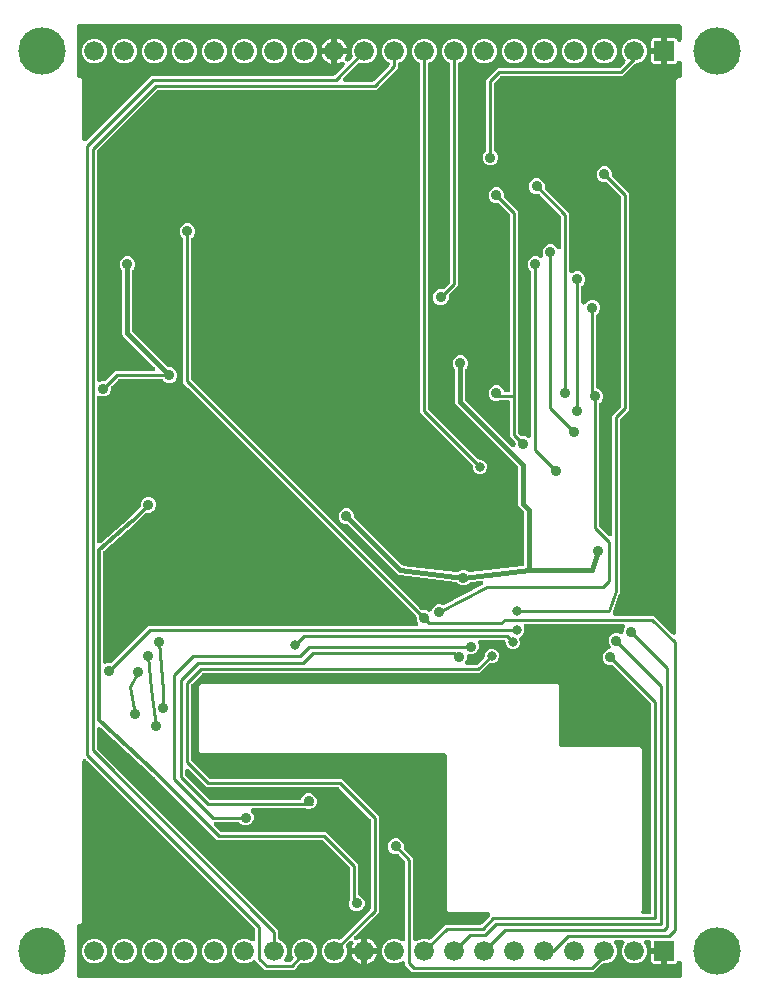
<source format=gbr>
G04 EAGLE Gerber RS-274X export*
G75*
%MOMM*%
%FSLAX34Y34*%
%LPD*%
%INBottom Copper*%
%IPPOS*%
%AMOC8*
5,1,8,0,0,1.08239X$1,22.5*%
G01*
%ADD10C,4.016000*%
%ADD11R,1.676400X1.676400*%
%ADD12C,1.676400*%
%ADD13C,0.906400*%
%ADD14C,0.800100*%
%ADD15C,0.254000*%
%ADD16C,0.304800*%
%ADD17C,0.406400*%

G36*
X-231853Y-137603D02*
X-231853Y-137603D01*
X-231840Y-137604D01*
X-231652Y-137579D01*
X-231467Y-137558D01*
X-231454Y-137553D01*
X-231441Y-137552D01*
X-231125Y-137450D01*
X-229906Y-136945D01*
X-227547Y-136945D01*
X-227521Y-136943D01*
X-227494Y-136945D01*
X-227320Y-136923D01*
X-227147Y-136905D01*
X-227121Y-136898D01*
X-227095Y-136894D01*
X-226929Y-136839D01*
X-226762Y-136787D01*
X-226738Y-136774D01*
X-226713Y-136766D01*
X-226561Y-136679D01*
X-226408Y-136595D01*
X-226387Y-136578D01*
X-226364Y-136565D01*
X-226111Y-136350D01*
X-198208Y-108447D01*
X-195678Y-105917D01*
X30795Y-105917D01*
X30808Y-105916D01*
X30821Y-105917D01*
X31008Y-105896D01*
X31195Y-105877D01*
X31208Y-105873D01*
X31222Y-105872D01*
X31400Y-105815D01*
X31580Y-105759D01*
X31592Y-105753D01*
X31605Y-105749D01*
X31769Y-105657D01*
X31934Y-105567D01*
X31945Y-105559D01*
X31956Y-105552D01*
X32100Y-105430D01*
X32244Y-105310D01*
X32252Y-105299D01*
X32262Y-105291D01*
X32379Y-105142D01*
X32496Y-104996D01*
X32502Y-104984D01*
X32510Y-104974D01*
X32595Y-104804D01*
X32681Y-104639D01*
X32685Y-104626D01*
X32691Y-104614D01*
X32741Y-104431D01*
X32793Y-104252D01*
X32794Y-104238D01*
X32797Y-104225D01*
X32810Y-104037D01*
X32826Y-103850D01*
X32824Y-103837D01*
X32825Y-103824D01*
X32801Y-103636D01*
X32779Y-103451D01*
X32775Y-103438D01*
X32773Y-103425D01*
X32671Y-103109D01*
X31535Y-100366D01*
X31535Y-98007D01*
X31533Y-97981D01*
X31535Y-97954D01*
X31513Y-97780D01*
X31495Y-97607D01*
X31488Y-97581D01*
X31484Y-97555D01*
X31429Y-97389D01*
X31377Y-97222D01*
X31364Y-97198D01*
X31356Y-97173D01*
X31269Y-97021D01*
X31185Y-96868D01*
X31168Y-96847D01*
X31155Y-96824D01*
X30940Y-96571D01*
X-163333Y97702D01*
X-165863Y100232D01*
X-165863Y221777D01*
X-165864Y221790D01*
X-165863Y221801D01*
X-165865Y221815D01*
X-165863Y221831D01*
X-165885Y222005D01*
X-165903Y222178D01*
X-165910Y222204D01*
X-165914Y222230D01*
X-165969Y222396D01*
X-166021Y222563D01*
X-166034Y222587D01*
X-166042Y222612D01*
X-166129Y222764D01*
X-166213Y222917D01*
X-166230Y222937D01*
X-166243Y222961D01*
X-166458Y223214D01*
X-168125Y224881D01*
X-169125Y227294D01*
X-169125Y229906D01*
X-168125Y232319D01*
X-166279Y234165D01*
X-163866Y235165D01*
X-161254Y235165D01*
X-158841Y234165D01*
X-156995Y232319D01*
X-155995Y229906D01*
X-155995Y227294D01*
X-156995Y224881D01*
X-158662Y223214D01*
X-158679Y223193D01*
X-158700Y223176D01*
X-158807Y223038D01*
X-158917Y222902D01*
X-158930Y222879D01*
X-158946Y222857D01*
X-159024Y222701D01*
X-159106Y222547D01*
X-159114Y222521D01*
X-159126Y222497D01*
X-159171Y222328D01*
X-159221Y222161D01*
X-159223Y222135D01*
X-159224Y222131D01*
X-159224Y222130D01*
X-159230Y222108D01*
X-159257Y221777D01*
X-159257Y103809D01*
X-159255Y103783D01*
X-159257Y103756D01*
X-159235Y103582D01*
X-159217Y103409D01*
X-159210Y103383D01*
X-159206Y103357D01*
X-159151Y103191D01*
X-159099Y103024D01*
X-159086Y103000D01*
X-159078Y102975D01*
X-158991Y102823D01*
X-158907Y102670D01*
X-158890Y102649D01*
X-158877Y102626D01*
X-158662Y102373D01*
X35611Y-91900D01*
X35632Y-91917D01*
X35649Y-91938D01*
X35787Y-92045D01*
X35923Y-92155D01*
X35946Y-92168D01*
X35967Y-92184D01*
X36124Y-92262D01*
X36278Y-92344D01*
X36304Y-92352D01*
X36328Y-92364D01*
X36497Y-92409D01*
X36664Y-92459D01*
X36691Y-92461D01*
X36717Y-92468D01*
X37047Y-92495D01*
X39406Y-92495D01*
X41715Y-93452D01*
X41732Y-93457D01*
X41748Y-93465D01*
X41923Y-93515D01*
X42100Y-93568D01*
X42118Y-93570D01*
X42135Y-93575D01*
X42317Y-93589D01*
X42501Y-93606D01*
X42519Y-93604D01*
X42536Y-93606D01*
X42719Y-93583D01*
X42901Y-93565D01*
X42918Y-93559D01*
X42936Y-93557D01*
X43112Y-93499D01*
X43286Y-93445D01*
X43301Y-93436D01*
X43318Y-93431D01*
X43478Y-93339D01*
X43639Y-93251D01*
X43652Y-93240D01*
X43668Y-93231D01*
X43807Y-93110D01*
X43947Y-92992D01*
X43958Y-92978D01*
X43972Y-92967D01*
X44084Y-92821D01*
X44198Y-92677D01*
X44206Y-92662D01*
X44217Y-92647D01*
X44369Y-92352D01*
X45235Y-90261D01*
X47081Y-88415D01*
X49494Y-87415D01*
X52106Y-87415D01*
X53475Y-87982D01*
X53594Y-88018D01*
X53709Y-88063D01*
X53786Y-88076D01*
X53861Y-88099D01*
X53984Y-88111D01*
X54106Y-88132D01*
X54184Y-88130D01*
X54261Y-88137D01*
X54384Y-88124D01*
X54508Y-88121D01*
X54585Y-88103D01*
X54662Y-88095D01*
X54780Y-88059D01*
X54901Y-88031D01*
X54984Y-87995D01*
X55046Y-87976D01*
X55109Y-87941D01*
X55206Y-87900D01*
X87015Y-71001D01*
X87033Y-70989D01*
X87054Y-70980D01*
X87200Y-70878D01*
X87350Y-70778D01*
X87365Y-70762D01*
X87384Y-70749D01*
X87508Y-70620D01*
X87634Y-70493D01*
X87646Y-70474D01*
X87662Y-70458D01*
X87758Y-70307D01*
X87857Y-70158D01*
X87865Y-70137D01*
X87877Y-70118D01*
X87941Y-69951D01*
X88009Y-69785D01*
X88013Y-69763D01*
X88021Y-69742D01*
X88051Y-69565D01*
X88085Y-69389D01*
X88084Y-69367D01*
X88088Y-69345D01*
X88083Y-69166D01*
X88081Y-68987D01*
X88076Y-68965D01*
X88076Y-68943D01*
X88035Y-68768D01*
X87998Y-68593D01*
X87989Y-68572D01*
X87984Y-68551D01*
X87909Y-68387D01*
X87838Y-68223D01*
X87826Y-68205D01*
X87817Y-68184D01*
X87711Y-68039D01*
X87609Y-67892D01*
X87593Y-67876D01*
X87580Y-67858D01*
X87449Y-67737D01*
X87320Y-67612D01*
X87301Y-67600D01*
X87284Y-67585D01*
X87131Y-67492D01*
X86980Y-67396D01*
X86960Y-67388D01*
X86940Y-67376D01*
X86772Y-67315D01*
X86605Y-67250D01*
X86583Y-67246D01*
X86562Y-67239D01*
X86384Y-67212D01*
X86208Y-67181D01*
X86186Y-67182D01*
X86164Y-67179D01*
X85832Y-67189D01*
X77684Y-68115D01*
X77573Y-68139D01*
X77461Y-68153D01*
X77377Y-68181D01*
X77290Y-68200D01*
X77186Y-68245D01*
X77079Y-68281D01*
X77002Y-68325D01*
X76921Y-68361D01*
X76828Y-68426D01*
X76730Y-68482D01*
X76650Y-68550D01*
X76591Y-68591D01*
X76546Y-68638D01*
X76477Y-68697D01*
X74839Y-70335D01*
X72426Y-71335D01*
X69814Y-71335D01*
X67401Y-70335D01*
X65726Y-68660D01*
X65642Y-68591D01*
X65565Y-68515D01*
X65487Y-68464D01*
X65414Y-68404D01*
X65319Y-68354D01*
X65228Y-68295D01*
X65141Y-68260D01*
X65058Y-68216D01*
X64955Y-68185D01*
X64855Y-68145D01*
X64745Y-68123D01*
X64673Y-68101D01*
X64612Y-68096D01*
X64529Y-68079D01*
X17659Y-62499D01*
X17572Y-62497D01*
X17418Y-62485D01*
X16960Y-62485D01*
X16894Y-62465D01*
X16789Y-62423D01*
X16686Y-62402D01*
X16616Y-62381D01*
X16552Y-62375D01*
X16504Y-62365D01*
X16107Y-62142D01*
X16027Y-62107D01*
X15890Y-62037D01*
X15467Y-61862D01*
X15414Y-61818D01*
X15333Y-61739D01*
X15245Y-61680D01*
X15189Y-61634D01*
X15132Y-61604D01*
X15092Y-61576D01*
X14810Y-61218D01*
X14750Y-61156D01*
X14650Y-61039D01*
X-26529Y-19860D01*
X-26549Y-19843D01*
X-26567Y-19822D01*
X-26705Y-19715D01*
X-26840Y-19605D01*
X-26864Y-19592D01*
X-26885Y-19576D01*
X-27042Y-19498D01*
X-27196Y-19416D01*
X-27221Y-19408D01*
X-27246Y-19396D01*
X-27415Y-19351D01*
X-27582Y-19301D01*
X-27608Y-19299D01*
X-27634Y-19292D01*
X-27965Y-19265D01*
X-29246Y-19265D01*
X-31659Y-18265D01*
X-33505Y-16419D01*
X-34505Y-14006D01*
X-34505Y-11394D01*
X-33505Y-8981D01*
X-31659Y-7135D01*
X-29246Y-6135D01*
X-26634Y-6135D01*
X-24221Y-7135D01*
X-22375Y-8981D01*
X-21375Y-11394D01*
X-21375Y-12675D01*
X-21373Y-12702D01*
X-21375Y-12728D01*
X-21353Y-12902D01*
X-21335Y-13076D01*
X-21328Y-13101D01*
X-21324Y-13128D01*
X-21269Y-13293D01*
X-21217Y-13460D01*
X-21204Y-13484D01*
X-21196Y-13509D01*
X-21109Y-13661D01*
X-21025Y-13815D01*
X-21008Y-13835D01*
X-20995Y-13858D01*
X-20780Y-14111D01*
X19161Y-54053D01*
X19245Y-54121D01*
X19322Y-54197D01*
X19400Y-54248D01*
X19473Y-54308D01*
X19568Y-54358D01*
X19658Y-54418D01*
X19746Y-54453D01*
X19828Y-54496D01*
X19932Y-54527D01*
X20032Y-54567D01*
X20142Y-54590D01*
X20214Y-54611D01*
X20275Y-54617D01*
X20357Y-54633D01*
X65503Y-60008D01*
X65649Y-60011D01*
X65796Y-60021D01*
X65850Y-60015D01*
X65905Y-60016D01*
X66050Y-59989D01*
X66195Y-59971D01*
X66247Y-59954D01*
X66301Y-59944D01*
X66438Y-59890D01*
X66577Y-59843D01*
X66625Y-59815D01*
X66675Y-59795D01*
X66799Y-59715D01*
X66926Y-59642D01*
X66973Y-59602D01*
X67013Y-59576D01*
X67073Y-59517D01*
X67179Y-59427D01*
X67401Y-59205D01*
X69814Y-58205D01*
X72426Y-58205D01*
X74839Y-59205D01*
X75091Y-59457D01*
X75200Y-59546D01*
X75304Y-59642D01*
X75356Y-59674D01*
X75402Y-59712D01*
X75527Y-59778D01*
X75648Y-59852D01*
X75705Y-59872D01*
X75758Y-59900D01*
X75893Y-59941D01*
X76027Y-59989D01*
X76086Y-59998D01*
X76144Y-60015D01*
X76285Y-60028D01*
X76425Y-60049D01*
X76493Y-60047D01*
X76545Y-60052D01*
X76626Y-60043D01*
X76756Y-60039D01*
X121133Y-54996D01*
X121236Y-54974D01*
X121339Y-54962D01*
X121432Y-54931D01*
X121527Y-54911D01*
X121623Y-54869D01*
X121722Y-54837D01*
X121807Y-54789D01*
X121896Y-54750D01*
X121982Y-54690D01*
X122073Y-54639D01*
X122146Y-54575D01*
X122226Y-54520D01*
X122298Y-54444D01*
X122378Y-54376D01*
X122437Y-54299D01*
X122504Y-54229D01*
X122560Y-54140D01*
X122624Y-54058D01*
X122668Y-53971D01*
X122720Y-53888D01*
X122757Y-53791D01*
X122804Y-53697D01*
X122829Y-53603D01*
X122864Y-53512D01*
X122881Y-53409D01*
X122908Y-53308D01*
X122918Y-53191D01*
X122931Y-53115D01*
X122929Y-53057D01*
X122935Y-52978D01*
X122935Y-10145D01*
X122933Y-10118D01*
X122935Y-10092D01*
X122913Y-9918D01*
X122895Y-9744D01*
X122888Y-9719D01*
X122884Y-9692D01*
X122829Y-9527D01*
X122777Y-9360D01*
X122764Y-9336D01*
X122756Y-9311D01*
X122669Y-9159D01*
X122585Y-9005D01*
X122568Y-8985D01*
X122555Y-8962D01*
X122340Y-8709D01*
X118474Y-4842D01*
X117855Y-3349D01*
X117855Y27955D01*
X117853Y27982D01*
X117855Y28008D01*
X117833Y28182D01*
X117815Y28356D01*
X117808Y28381D01*
X117804Y28408D01*
X117749Y28573D01*
X117697Y28740D01*
X117684Y28764D01*
X117676Y28789D01*
X117589Y28941D01*
X117505Y29095D01*
X117488Y29115D01*
X117475Y29138D01*
X117260Y29391D01*
X65134Y81518D01*
X64515Y83011D01*
X64515Y110779D01*
X64513Y110806D01*
X64515Y110833D01*
X64493Y111007D01*
X64475Y111180D01*
X64468Y111206D01*
X64464Y111232D01*
X64409Y111398D01*
X64357Y111565D01*
X64344Y111589D01*
X64336Y111614D01*
X64249Y111766D01*
X64165Y111919D01*
X64148Y111939D01*
X64135Y111963D01*
X63920Y112216D01*
X63015Y113121D01*
X62015Y115534D01*
X62015Y118146D01*
X63015Y120559D01*
X64861Y122405D01*
X67274Y123405D01*
X69886Y123405D01*
X72299Y122405D01*
X74145Y120559D01*
X75145Y118146D01*
X75145Y115534D01*
X74145Y113121D01*
X73240Y112216D01*
X73223Y112195D01*
X73202Y112178D01*
X73095Y112040D01*
X72985Y111904D01*
X72972Y111881D01*
X72956Y111859D01*
X72878Y111703D01*
X72796Y111549D01*
X72788Y111523D01*
X72776Y111499D01*
X72731Y111330D01*
X72681Y111163D01*
X72679Y111136D01*
X72672Y111110D01*
X72645Y110779D01*
X72645Y86345D01*
X72647Y86318D01*
X72645Y86292D01*
X72667Y86118D01*
X72685Y85944D01*
X72692Y85919D01*
X72696Y85892D01*
X72751Y85727D01*
X72803Y85560D01*
X72816Y85536D01*
X72824Y85511D01*
X72911Y85359D01*
X72995Y85205D01*
X73012Y85185D01*
X73025Y85162D01*
X73240Y84909D01*
X111888Y46261D01*
X111895Y46255D01*
X111900Y46248D01*
X112050Y46128D01*
X112199Y46006D01*
X112207Y46001D01*
X112214Y45996D01*
X112385Y45907D01*
X112555Y45817D01*
X112563Y45814D01*
X112571Y45810D01*
X112757Y45757D01*
X112941Y45702D01*
X112950Y45701D01*
X112958Y45699D01*
X113150Y45683D01*
X113342Y45666D01*
X113351Y45667D01*
X113360Y45666D01*
X113549Y45688D01*
X113742Y45709D01*
X113751Y45712D01*
X113759Y45713D01*
X113941Y45772D01*
X114126Y45831D01*
X114134Y45835D01*
X114142Y45838D01*
X114311Y45933D01*
X114478Y46026D01*
X114485Y46031D01*
X114493Y46036D01*
X114639Y46162D01*
X114785Y46286D01*
X114791Y46293D01*
X114798Y46299D01*
X114915Y46450D01*
X115035Y46602D01*
X115039Y46610D01*
X115044Y46617D01*
X115130Y46789D01*
X115217Y46961D01*
X115220Y46969D01*
X115224Y46977D01*
X115274Y47164D01*
X115325Y47349D01*
X115326Y47358D01*
X115328Y47366D01*
X115355Y47697D01*
X115355Y49313D01*
X115353Y49339D01*
X115355Y49366D01*
X115333Y49540D01*
X115315Y49713D01*
X115308Y49739D01*
X115304Y49765D01*
X115249Y49931D01*
X115197Y50098D01*
X115184Y50122D01*
X115176Y50147D01*
X115089Y50299D01*
X115005Y50452D01*
X114988Y50473D01*
X114975Y50496D01*
X114760Y50749D01*
X110997Y54512D01*
X110997Y83566D01*
X110995Y83584D01*
X110997Y83602D01*
X110976Y83784D01*
X110957Y83967D01*
X110952Y83984D01*
X110950Y84001D01*
X110893Y84176D01*
X110839Y84352D01*
X110831Y84367D01*
X110825Y84384D01*
X110735Y84544D01*
X110647Y84706D01*
X110636Y84719D01*
X110627Y84735D01*
X110507Y84874D01*
X110390Y85015D01*
X110376Y85026D01*
X110364Y85040D01*
X110219Y85152D01*
X110076Y85267D01*
X110060Y85275D01*
X110046Y85286D01*
X109881Y85368D01*
X109719Y85453D01*
X109702Y85458D01*
X109686Y85466D01*
X109507Y85513D01*
X109332Y85564D01*
X109314Y85566D01*
X109297Y85570D01*
X108966Y85597D01*
X102513Y85597D01*
X102482Y85594D01*
X102451Y85596D01*
X102281Y85574D01*
X102112Y85557D01*
X102083Y85548D01*
X102051Y85544D01*
X101736Y85443D01*
X100366Y84875D01*
X97754Y84875D01*
X95341Y85875D01*
X93495Y87721D01*
X92495Y90134D01*
X92495Y92746D01*
X93495Y95159D01*
X95341Y97005D01*
X97754Y98005D01*
X100366Y98005D01*
X102779Y97005D01*
X104625Y95159D01*
X105330Y93457D01*
X105341Y93437D01*
X105348Y93416D01*
X105436Y93259D01*
X105520Y93102D01*
X105535Y93085D01*
X105546Y93065D01*
X105663Y92929D01*
X105777Y92791D01*
X105794Y92777D01*
X105809Y92760D01*
X105950Y92651D01*
X106090Y92538D01*
X106109Y92527D01*
X106127Y92514D01*
X106288Y92434D01*
X106446Y92351D01*
X106467Y92344D01*
X106487Y92334D01*
X106661Y92288D01*
X106832Y92238D01*
X106855Y92236D01*
X106876Y92230D01*
X107207Y92203D01*
X108966Y92203D01*
X108984Y92205D01*
X109002Y92203D01*
X109184Y92224D01*
X109367Y92243D01*
X109384Y92248D01*
X109401Y92250D01*
X109576Y92307D01*
X109752Y92361D01*
X109767Y92369D01*
X109784Y92375D01*
X109944Y92465D01*
X110106Y92553D01*
X110119Y92564D01*
X110135Y92573D01*
X110274Y92693D01*
X110415Y92810D01*
X110426Y92824D01*
X110440Y92836D01*
X110552Y92981D01*
X110667Y93124D01*
X110675Y93140D01*
X110686Y93154D01*
X110768Y93319D01*
X110853Y93481D01*
X110858Y93498D01*
X110866Y93514D01*
X110913Y93693D01*
X110964Y93868D01*
X110966Y93886D01*
X110970Y93903D01*
X110997Y94234D01*
X110997Y241631D01*
X110995Y241657D01*
X110997Y241684D01*
X110975Y241858D01*
X110957Y242031D01*
X110950Y242057D01*
X110946Y242083D01*
X110891Y242249D01*
X110839Y242416D01*
X110826Y242440D01*
X110818Y242465D01*
X110731Y242617D01*
X110647Y242770D01*
X110630Y242791D01*
X110617Y242814D01*
X110402Y243067D01*
X101549Y251920D01*
X101528Y251937D01*
X101511Y251958D01*
X101373Y252065D01*
X101237Y252175D01*
X101214Y252188D01*
X101193Y252204D01*
X101036Y252282D01*
X100882Y252364D01*
X100856Y252372D01*
X100832Y252384D01*
X100663Y252429D01*
X100496Y252479D01*
X100469Y252481D01*
X100443Y252488D01*
X100113Y252515D01*
X97754Y252515D01*
X95341Y253515D01*
X93495Y255361D01*
X92495Y257774D01*
X92495Y260386D01*
X93495Y262799D01*
X95341Y264645D01*
X97754Y265645D01*
X100366Y265645D01*
X102779Y264645D01*
X104625Y262799D01*
X105625Y260386D01*
X105625Y258027D01*
X105627Y258001D01*
X105625Y257974D01*
X105647Y257800D01*
X105665Y257627D01*
X105672Y257601D01*
X105676Y257575D01*
X105731Y257409D01*
X105783Y257242D01*
X105796Y257218D01*
X105804Y257193D01*
X105891Y257041D01*
X105975Y256888D01*
X105992Y256867D01*
X106005Y256844D01*
X106220Y256591D01*
X117603Y245208D01*
X117603Y58089D01*
X117605Y58063D01*
X117603Y58036D01*
X117625Y57862D01*
X117643Y57689D01*
X117650Y57663D01*
X117654Y57637D01*
X117709Y57471D01*
X117761Y57304D01*
X117774Y57280D01*
X117782Y57255D01*
X117870Y57103D01*
X117953Y56950D01*
X117970Y56929D01*
X117983Y56906D01*
X118198Y56653D01*
X119431Y55420D01*
X119452Y55403D01*
X119469Y55382D01*
X119607Y55275D01*
X119743Y55165D01*
X119766Y55152D01*
X119787Y55136D01*
X119944Y55058D01*
X120098Y54976D01*
X120124Y54968D01*
X120148Y54956D01*
X120317Y54911D01*
X120484Y54861D01*
X120511Y54859D01*
X120537Y54852D01*
X120867Y54825D01*
X123226Y54825D01*
X125969Y53689D01*
X125982Y53685D01*
X125993Y53679D01*
X126173Y53627D01*
X126354Y53572D01*
X126367Y53571D01*
X126380Y53567D01*
X126568Y53552D01*
X126755Y53534D01*
X126768Y53535D01*
X126782Y53534D01*
X126968Y53556D01*
X127155Y53576D01*
X127168Y53580D01*
X127181Y53581D01*
X127361Y53640D01*
X127540Y53695D01*
X127551Y53702D01*
X127564Y53706D01*
X127728Y53799D01*
X127893Y53889D01*
X127903Y53897D01*
X127915Y53904D01*
X128057Y54026D01*
X128201Y54148D01*
X128209Y54158D01*
X128220Y54167D01*
X128334Y54315D01*
X128452Y54463D01*
X128458Y54475D01*
X128466Y54485D01*
X128550Y54653D01*
X128636Y54821D01*
X128640Y54834D01*
X128646Y54846D01*
X128695Y55028D01*
X128746Y55208D01*
X128747Y55221D01*
X128750Y55234D01*
X128777Y55565D01*
X128777Y193837D01*
X128775Y193864D01*
X128777Y193891D01*
X128755Y194064D01*
X128737Y194238D01*
X128730Y194264D01*
X128726Y194290D01*
X128671Y194456D01*
X128619Y194623D01*
X128606Y194647D01*
X128598Y194672D01*
X128511Y194824D01*
X128427Y194977D01*
X128410Y194997D01*
X128397Y195021D01*
X128182Y195274D01*
X126515Y196941D01*
X125515Y199354D01*
X125515Y201966D01*
X126515Y204379D01*
X128361Y206225D01*
X130774Y207225D01*
X133386Y207225D01*
X135830Y206212D01*
X135838Y206210D01*
X135846Y206206D01*
X136031Y206152D01*
X136215Y206096D01*
X136224Y206095D01*
X136232Y206093D01*
X136424Y206076D01*
X136616Y206058D01*
X136625Y206059D01*
X136634Y206058D01*
X136823Y206079D01*
X137016Y206099D01*
X137025Y206102D01*
X137034Y206103D01*
X137217Y206162D01*
X137401Y206219D01*
X137408Y206224D01*
X137417Y206226D01*
X137585Y206320D01*
X137754Y206413D01*
X137761Y206418D01*
X137768Y206423D01*
X137914Y206547D01*
X138062Y206672D01*
X138068Y206679D01*
X138074Y206685D01*
X138193Y206836D01*
X138313Y206987D01*
X138317Y206995D01*
X138323Y207002D01*
X138409Y207173D01*
X138497Y207345D01*
X138499Y207353D01*
X138503Y207361D01*
X138554Y207547D01*
X138607Y207732D01*
X138607Y207741D01*
X138610Y207750D01*
X138623Y207944D01*
X138638Y208133D01*
X138637Y208142D01*
X138637Y208151D01*
X138612Y208343D01*
X138589Y208533D01*
X138586Y208542D01*
X138585Y208551D01*
X138484Y208866D01*
X138215Y209514D01*
X138215Y212126D01*
X139215Y214539D01*
X141061Y216385D01*
X143474Y217385D01*
X146086Y217385D01*
X148499Y216385D01*
X150393Y214491D01*
X150459Y214367D01*
X150462Y214364D01*
X150465Y214360D01*
X150589Y214211D01*
X150716Y214057D01*
X150719Y214054D01*
X150722Y214050D01*
X150875Y213928D01*
X151029Y213803D01*
X151033Y213801D01*
X151036Y213798D01*
X151209Y213708D01*
X151385Y213616D01*
X151389Y213615D01*
X151393Y213613D01*
X151582Y213558D01*
X151771Y213503D01*
X151776Y213502D01*
X151780Y213501D01*
X151979Y213485D01*
X152173Y213468D01*
X152177Y213469D01*
X152182Y213468D01*
X152379Y213491D01*
X152573Y213513D01*
X152577Y213515D01*
X152581Y213515D01*
X152770Y213577D01*
X152956Y213636D01*
X152960Y213639D01*
X152964Y213640D01*
X153138Y213738D01*
X153307Y213833D01*
X153311Y213836D01*
X153315Y213838D01*
X153464Y213967D01*
X153613Y214095D01*
X153616Y214098D01*
X153620Y214101D01*
X153737Y214253D01*
X153862Y214412D01*
X153864Y214416D01*
X153866Y214419D01*
X153953Y214594D01*
X154042Y214771D01*
X154044Y214776D01*
X154046Y214780D01*
X154098Y214973D01*
X154149Y215160D01*
X154149Y215164D01*
X154150Y215169D01*
X154177Y215499D01*
X154177Y240361D01*
X154175Y240387D01*
X154177Y240414D01*
X154155Y240588D01*
X154137Y240761D01*
X154130Y240787D01*
X154126Y240813D01*
X154071Y240979D01*
X154019Y241146D01*
X154006Y241170D01*
X153998Y241195D01*
X153911Y241347D01*
X153827Y241500D01*
X153810Y241521D01*
X153797Y241544D01*
X153582Y241797D01*
X135839Y259540D01*
X135818Y259557D01*
X135801Y259578D01*
X135663Y259685D01*
X135527Y259795D01*
X135504Y259808D01*
X135483Y259824D01*
X135326Y259902D01*
X135172Y259984D01*
X135146Y259992D01*
X135122Y260004D01*
X134953Y260049D01*
X134786Y260099D01*
X134759Y260101D01*
X134733Y260108D01*
X134403Y260135D01*
X132044Y260135D01*
X129631Y261135D01*
X127785Y262981D01*
X126785Y265394D01*
X126785Y268006D01*
X127785Y270419D01*
X129631Y272265D01*
X132044Y273265D01*
X134656Y273265D01*
X137069Y272265D01*
X138915Y270419D01*
X139915Y268006D01*
X139915Y265647D01*
X139917Y265621D01*
X139915Y265594D01*
X139937Y265420D01*
X139955Y265247D01*
X139962Y265221D01*
X139966Y265195D01*
X140021Y265029D01*
X140073Y264862D01*
X140086Y264838D01*
X140094Y264813D01*
X140181Y264661D01*
X140265Y264508D01*
X140282Y264487D01*
X140295Y264464D01*
X140510Y264211D01*
X160783Y243938D01*
X160783Y195265D01*
X160784Y195252D01*
X160783Y195239D01*
X160804Y195052D01*
X160823Y194865D01*
X160827Y194852D01*
X160828Y194838D01*
X160885Y194660D01*
X160941Y194480D01*
X160947Y194468D01*
X160951Y194455D01*
X161043Y194291D01*
X161133Y194126D01*
X161141Y194115D01*
X161148Y194104D01*
X161270Y193960D01*
X161390Y193816D01*
X161401Y193808D01*
X161409Y193798D01*
X161558Y193681D01*
X161704Y193564D01*
X161716Y193558D01*
X161726Y193550D01*
X161896Y193465D01*
X162061Y193379D01*
X162074Y193375D01*
X162086Y193369D01*
X162269Y193319D01*
X162448Y193267D01*
X162462Y193266D01*
X162475Y193263D01*
X162663Y193250D01*
X162850Y193234D01*
X162863Y193236D01*
X162876Y193235D01*
X163064Y193259D01*
X163249Y193281D01*
X163262Y193285D01*
X163275Y193287D01*
X163591Y193389D01*
X166334Y194525D01*
X168946Y194525D01*
X171359Y193525D01*
X173205Y191679D01*
X174205Y189266D01*
X174205Y186654D01*
X173205Y184241D01*
X171538Y182574D01*
X171533Y182569D01*
X171529Y182564D01*
X171516Y182549D01*
X171500Y182536D01*
X171393Y182398D01*
X171283Y182262D01*
X171277Y182252D01*
X171276Y182251D01*
X171269Y182238D01*
X171254Y182217D01*
X171176Y182061D01*
X171094Y181907D01*
X171086Y181881D01*
X171074Y181857D01*
X171029Y181688D01*
X170979Y181521D01*
X170977Y181494D01*
X170970Y181468D01*
X170943Y181137D01*
X170943Y168509D01*
X170943Y168505D01*
X170943Y168500D01*
X170963Y168305D01*
X170983Y168109D01*
X170984Y168104D01*
X170984Y168100D01*
X171043Y167913D01*
X171101Y167724D01*
X171103Y167720D01*
X171104Y167715D01*
X171198Y167543D01*
X171293Y167370D01*
X171295Y167366D01*
X171298Y167362D01*
X171425Y167211D01*
X171550Y167060D01*
X171554Y167058D01*
X171557Y167054D01*
X171712Y166931D01*
X171864Y166808D01*
X171868Y166806D01*
X171872Y166803D01*
X172048Y166712D01*
X172221Y166623D01*
X172226Y166621D01*
X172230Y166619D01*
X172421Y166565D01*
X172608Y166511D01*
X172613Y166511D01*
X172617Y166510D01*
X172813Y166494D01*
X173010Y166478D01*
X173014Y166479D01*
X173019Y166478D01*
X173214Y166502D01*
X173409Y166525D01*
X173414Y166527D01*
X173418Y166527D01*
X173604Y166589D01*
X173792Y166650D01*
X173796Y166652D01*
X173801Y166654D01*
X173968Y166749D01*
X174143Y166848D01*
X174146Y166851D01*
X174150Y166853D01*
X174296Y166981D01*
X174447Y167111D01*
X174450Y167115D01*
X174454Y167118D01*
X174572Y167272D01*
X174694Y167429D01*
X174696Y167433D01*
X174699Y167437D01*
X174737Y167511D01*
X176621Y169395D01*
X179034Y170395D01*
X181646Y170395D01*
X184059Y169395D01*
X185905Y167549D01*
X186905Y165136D01*
X186905Y162524D01*
X185905Y160111D01*
X184238Y158444D01*
X184221Y158423D01*
X184200Y158406D01*
X184093Y158268D01*
X183983Y158132D01*
X183970Y158109D01*
X183954Y158087D01*
X183876Y157931D01*
X183794Y157777D01*
X183786Y157751D01*
X183774Y157727D01*
X183729Y157558D01*
X183679Y157391D01*
X183677Y157364D01*
X183670Y157338D01*
X183643Y157007D01*
X183643Y97047D01*
X183645Y97025D01*
X183643Y97002D01*
X183665Y96825D01*
X183683Y96646D01*
X183689Y96625D01*
X183692Y96603D01*
X183748Y96433D01*
X183801Y96261D01*
X183811Y96242D01*
X183818Y96221D01*
X183907Y96065D01*
X183993Y95907D01*
X184007Y95890D01*
X184018Y95871D01*
X184136Y95735D01*
X184250Y95598D01*
X184268Y95584D01*
X184282Y95567D01*
X184424Y95458D01*
X184564Y95346D01*
X184584Y95335D01*
X184602Y95322D01*
X184897Y95170D01*
X186599Y94465D01*
X188445Y92619D01*
X189445Y90206D01*
X189445Y87594D01*
X188445Y85181D01*
X186778Y83514D01*
X186761Y83493D01*
X186740Y83476D01*
X186633Y83338D01*
X186523Y83202D01*
X186510Y83179D01*
X186494Y83157D01*
X186416Y83001D01*
X186334Y82847D01*
X186326Y82821D01*
X186314Y82797D01*
X186269Y82628D01*
X186219Y82461D01*
X186217Y82434D01*
X186210Y82408D01*
X186183Y82077D01*
X186183Y-20651D01*
X186185Y-20677D01*
X186183Y-20704D01*
X186205Y-20878D01*
X186223Y-21051D01*
X186230Y-21077D01*
X186234Y-21103D01*
X186289Y-21269D01*
X186341Y-21436D01*
X186354Y-21460D01*
X186362Y-21485D01*
X186449Y-21636D01*
X186533Y-21790D01*
X186550Y-21811D01*
X186563Y-21834D01*
X186778Y-22087D01*
X193890Y-29199D01*
X193897Y-29205D01*
X193902Y-29211D01*
X194052Y-29332D01*
X194201Y-29454D01*
X194209Y-29458D01*
X194216Y-29464D01*
X194386Y-29552D01*
X194557Y-29643D01*
X194566Y-29645D01*
X194573Y-29649D01*
X194758Y-29702D01*
X194943Y-29757D01*
X194952Y-29758D01*
X194960Y-29761D01*
X195152Y-29776D01*
X195344Y-29794D01*
X195353Y-29793D01*
X195362Y-29794D01*
X195551Y-29771D01*
X195744Y-29750D01*
X195753Y-29748D01*
X195761Y-29747D01*
X195943Y-29687D01*
X196128Y-29629D01*
X196136Y-29625D01*
X196144Y-29622D01*
X196313Y-29527D01*
X196480Y-29434D01*
X196487Y-29428D01*
X196495Y-29424D01*
X196641Y-29298D01*
X196787Y-29174D01*
X196793Y-29167D01*
X196800Y-29161D01*
X196917Y-29009D01*
X197037Y-28858D01*
X197041Y-28850D01*
X197046Y-28843D01*
X197132Y-28671D01*
X197219Y-28499D01*
X197222Y-28490D01*
X197226Y-28482D01*
X197276Y-28296D01*
X197327Y-28111D01*
X197328Y-28102D01*
X197330Y-28093D01*
X197357Y-27763D01*
X197357Y72488D01*
X204382Y79513D01*
X204399Y79534D01*
X204420Y79551D01*
X204527Y79689D01*
X204637Y79825D01*
X204650Y79848D01*
X204666Y79869D01*
X204744Y80026D01*
X204826Y80180D01*
X204834Y80206D01*
X204846Y80230D01*
X204891Y80399D01*
X204941Y80566D01*
X204943Y80593D01*
X204950Y80619D01*
X204977Y80949D01*
X204977Y256871D01*
X204975Y256897D01*
X204977Y256924D01*
X204955Y257098D01*
X204937Y257271D01*
X204930Y257297D01*
X204926Y257323D01*
X204871Y257489D01*
X204819Y257656D01*
X204806Y257680D01*
X204798Y257705D01*
X204711Y257857D01*
X204627Y258010D01*
X204610Y258031D01*
X204597Y258054D01*
X204382Y258307D01*
X192989Y269700D01*
X192968Y269717D01*
X192951Y269738D01*
X192813Y269845D01*
X192677Y269955D01*
X192654Y269968D01*
X192633Y269984D01*
X192476Y270062D01*
X192322Y270144D01*
X192296Y270152D01*
X192272Y270164D01*
X192103Y270209D01*
X191936Y270259D01*
X191909Y270261D01*
X191883Y270268D01*
X191553Y270295D01*
X189194Y270295D01*
X186781Y271295D01*
X184935Y273141D01*
X183935Y275554D01*
X183935Y278166D01*
X184935Y280579D01*
X186781Y282425D01*
X187834Y282861D01*
X189194Y283425D01*
X191806Y283425D01*
X194219Y282425D01*
X196065Y280579D01*
X197065Y278166D01*
X197065Y275807D01*
X197067Y275781D01*
X197065Y275754D01*
X197087Y275580D01*
X197105Y275407D01*
X197112Y275381D01*
X197116Y275355D01*
X197171Y275189D01*
X197223Y275022D01*
X197236Y274998D01*
X197244Y274973D01*
X197331Y274821D01*
X197415Y274668D01*
X197432Y274647D01*
X197445Y274624D01*
X197660Y274371D01*
X211583Y260448D01*
X211583Y77372D01*
X204558Y70347D01*
X204541Y70326D01*
X204520Y70309D01*
X204413Y70171D01*
X204303Y70035D01*
X204290Y70012D01*
X204274Y69991D01*
X204196Y69834D01*
X204114Y69680D01*
X204106Y69654D01*
X204094Y69630D01*
X204049Y69461D01*
X203999Y69294D01*
X203997Y69267D01*
X203990Y69241D01*
X203963Y68911D01*
X203963Y-75068D01*
X203968Y-75125D01*
X203966Y-75182D01*
X203988Y-75325D01*
X204003Y-75469D01*
X204019Y-75523D01*
X204028Y-75580D01*
X204098Y-75778D01*
X204121Y-75854D01*
X204130Y-75870D01*
X204138Y-75893D01*
X204234Y-76109D01*
X204098Y-76461D01*
X204097Y-76466D01*
X204094Y-76471D01*
X204043Y-76662D01*
X203992Y-76850D01*
X203991Y-76855D01*
X203990Y-76860D01*
X203963Y-77190D01*
X203963Y-77568D01*
X203796Y-77735D01*
X203760Y-77779D01*
X203717Y-77818D01*
X203632Y-77935D01*
X203541Y-78046D01*
X203514Y-78097D01*
X203480Y-78143D01*
X203389Y-78333D01*
X203352Y-78402D01*
X203347Y-78421D01*
X203336Y-78442D01*
X197748Y-92971D01*
X197747Y-92976D01*
X197744Y-92981D01*
X197693Y-93173D01*
X197642Y-93359D01*
X197641Y-93365D01*
X197640Y-93370D01*
X197613Y-93700D01*
X197613Y-94478D01*
X197573Y-94612D01*
X197572Y-94621D01*
X197569Y-94630D01*
X197554Y-94822D01*
X197536Y-95013D01*
X197537Y-95023D01*
X197536Y-95032D01*
X197559Y-95222D01*
X197580Y-95414D01*
X197582Y-95422D01*
X197583Y-95431D01*
X197643Y-95615D01*
X197701Y-95798D01*
X197705Y-95805D01*
X197708Y-95814D01*
X197803Y-95982D01*
X197896Y-96150D01*
X197902Y-96157D01*
X197906Y-96165D01*
X198032Y-96311D01*
X198156Y-96457D01*
X198163Y-96463D01*
X198169Y-96470D01*
X198321Y-96587D01*
X198472Y-96707D01*
X198480Y-96711D01*
X198487Y-96716D01*
X198660Y-96802D01*
X198831Y-96889D01*
X198840Y-96891D01*
X198848Y-96896D01*
X199036Y-96946D01*
X199219Y-96997D01*
X199228Y-96998D01*
X199237Y-97000D01*
X199567Y-97027D01*
X232508Y-97027D01*
X235038Y-99557D01*
X247992Y-112511D01*
X247999Y-112517D01*
X248004Y-112523D01*
X248154Y-112644D01*
X248303Y-112766D01*
X248311Y-112770D01*
X248318Y-112776D01*
X248488Y-112864D01*
X248659Y-112955D01*
X248668Y-112957D01*
X248675Y-112961D01*
X248860Y-113014D01*
X249045Y-113069D01*
X249054Y-113070D01*
X249062Y-113073D01*
X249254Y-113088D01*
X249446Y-113106D01*
X249455Y-113105D01*
X249464Y-113106D01*
X249653Y-113083D01*
X249846Y-113062D01*
X249855Y-113060D01*
X249863Y-113059D01*
X250045Y-112999D01*
X250230Y-112941D01*
X250238Y-112937D01*
X250246Y-112934D01*
X250415Y-112839D01*
X250582Y-112746D01*
X250589Y-112740D01*
X250597Y-112736D01*
X250743Y-112610D01*
X250889Y-112486D01*
X250895Y-112479D01*
X250902Y-112473D01*
X251019Y-112321D01*
X251139Y-112170D01*
X251143Y-112162D01*
X251148Y-112155D01*
X251233Y-111984D01*
X251321Y-111811D01*
X251324Y-111802D01*
X251328Y-111794D01*
X251378Y-111608D01*
X251429Y-111423D01*
X251430Y-111414D01*
X251432Y-111405D01*
X251459Y-111075D01*
X251459Y356652D01*
X252948Y358141D01*
X254000Y358141D01*
X254018Y358143D01*
X254036Y358141D01*
X254218Y358162D01*
X254401Y358181D01*
X254418Y358186D01*
X254435Y358188D01*
X254610Y358245D01*
X254786Y358299D01*
X254801Y358307D01*
X254818Y358313D01*
X254978Y358403D01*
X255140Y358491D01*
X255153Y358502D01*
X255169Y358511D01*
X255308Y358631D01*
X255449Y358748D01*
X255460Y358762D01*
X255474Y358774D01*
X255586Y358919D01*
X255701Y359062D01*
X255709Y359078D01*
X255720Y359092D01*
X255802Y359257D01*
X255887Y359419D01*
X255892Y359436D01*
X255900Y359452D01*
X255947Y359631D01*
X255998Y359806D01*
X256000Y359824D01*
X256004Y359841D01*
X256031Y360172D01*
X256031Y371068D01*
X256018Y371205D01*
X256013Y371342D01*
X255998Y371405D01*
X255991Y371469D01*
X255951Y371600D01*
X255919Y371734D01*
X255892Y371792D01*
X255873Y371854D01*
X255808Y371975D01*
X255750Y372099D01*
X255712Y372151D01*
X255681Y372208D01*
X255594Y372313D01*
X255512Y372424D01*
X255465Y372468D01*
X255424Y372517D01*
X255317Y372603D01*
X255215Y372696D01*
X255160Y372729D01*
X255110Y372769D01*
X254988Y372833D01*
X254870Y372904D01*
X254810Y372925D01*
X254753Y372955D01*
X254621Y372993D01*
X254491Y373039D01*
X254428Y373048D01*
X254366Y373066D01*
X254229Y373077D01*
X254093Y373097D01*
X254029Y373094D01*
X253964Y373099D01*
X253828Y373083D01*
X253691Y373076D01*
X253629Y373060D01*
X253565Y373052D01*
X253434Y373010D01*
X253301Y372975D01*
X253243Y372947D01*
X253182Y372927D01*
X253062Y372860D01*
X252939Y372800D01*
X252887Y372761D01*
X252831Y372729D01*
X252727Y372640D01*
X252618Y372557D01*
X252575Y372508D01*
X252527Y372466D01*
X252442Y372358D01*
X252351Y372255D01*
X252319Y372199D01*
X252280Y372148D01*
X252219Y372025D01*
X252150Y371906D01*
X252125Y371837D01*
X252100Y371788D01*
X252080Y371710D01*
X252060Y371655D01*
X251715Y371058D01*
X251242Y370585D01*
X250663Y370250D01*
X250017Y370077D01*
X243799Y370077D01*
X243799Y380532D01*
X243797Y380550D01*
X243799Y380567D01*
X243778Y380749D01*
X243759Y380932D01*
X243754Y380949D01*
X243752Y380967D01*
X243739Y381008D01*
X243766Y381102D01*
X243768Y381120D01*
X243772Y381137D01*
X243799Y381468D01*
X243799Y391923D01*
X250017Y391923D01*
X250663Y391750D01*
X251242Y391415D01*
X251715Y390942D01*
X252063Y390339D01*
X252087Y390278D01*
X252127Y390146D01*
X252157Y390090D01*
X252180Y390029D01*
X252253Y389913D01*
X252319Y389792D01*
X252360Y389743D01*
X252394Y389688D01*
X252488Y389588D01*
X252576Y389483D01*
X252626Y389443D01*
X252671Y389396D01*
X252783Y389317D01*
X252890Y389231D01*
X252947Y389201D01*
X253000Y389164D01*
X253126Y389108D01*
X253247Y389045D01*
X253309Y389027D01*
X253368Y389001D01*
X253502Y388972D01*
X253634Y388934D01*
X253699Y388928D01*
X253761Y388915D01*
X253898Y388912D01*
X254036Y388901D01*
X254100Y388908D01*
X254164Y388907D01*
X254299Y388932D01*
X254435Y388948D01*
X254497Y388968D01*
X254560Y388979D01*
X254688Y389030D01*
X254818Y389073D01*
X254874Y389104D01*
X254934Y389128D01*
X255049Y389203D01*
X255169Y389270D01*
X255218Y389313D01*
X255271Y389348D01*
X255369Y389444D01*
X255474Y389534D01*
X255513Y389584D01*
X255559Y389630D01*
X255636Y389743D01*
X255720Y389852D01*
X255749Y389909D01*
X255785Y389963D01*
X255838Y390089D01*
X255900Y390212D01*
X255916Y390275D01*
X255941Y390334D01*
X255968Y390468D01*
X256004Y390601D01*
X256010Y390675D01*
X256021Y390728D01*
X256021Y390808D01*
X256031Y390932D01*
X256031Y401828D01*
X256029Y401846D01*
X256031Y401864D01*
X256010Y402046D01*
X255991Y402229D01*
X255986Y402246D01*
X255984Y402263D01*
X255927Y402438D01*
X255873Y402614D01*
X255865Y402629D01*
X255859Y402646D01*
X255769Y402806D01*
X255681Y402968D01*
X255670Y402981D01*
X255661Y402997D01*
X255541Y403136D01*
X255424Y403277D01*
X255410Y403288D01*
X255398Y403302D01*
X255253Y403414D01*
X255110Y403529D01*
X255094Y403537D01*
X255080Y403548D01*
X254915Y403630D01*
X254753Y403715D01*
X254736Y403720D01*
X254720Y403728D01*
X254541Y403775D01*
X254366Y403826D01*
X254348Y403828D01*
X254331Y403832D01*
X254000Y403859D01*
X-254000Y403859D01*
X-254018Y403857D01*
X-254036Y403859D01*
X-254218Y403838D01*
X-254401Y403819D01*
X-254418Y403814D01*
X-254435Y403812D01*
X-254610Y403755D01*
X-254786Y403701D01*
X-254801Y403693D01*
X-254818Y403687D01*
X-254978Y403597D01*
X-255140Y403509D01*
X-255153Y403498D01*
X-255169Y403489D01*
X-255308Y403369D01*
X-255449Y403252D01*
X-255460Y403238D01*
X-255474Y403226D01*
X-255586Y403081D01*
X-255701Y402938D01*
X-255709Y402922D01*
X-255720Y402908D01*
X-255802Y402743D01*
X-255887Y402581D01*
X-255892Y402564D01*
X-255900Y402548D01*
X-255947Y402369D01*
X-255998Y402194D01*
X-256000Y402176D01*
X-256004Y402159D01*
X-256031Y401828D01*
X-256031Y360172D01*
X-256029Y360154D01*
X-256031Y360136D01*
X-256010Y359954D01*
X-255991Y359771D01*
X-255986Y359754D01*
X-255984Y359737D01*
X-255927Y359562D01*
X-255873Y359386D01*
X-255865Y359371D01*
X-255859Y359354D01*
X-255769Y359194D01*
X-255681Y359032D01*
X-255670Y359019D01*
X-255661Y359003D01*
X-255541Y358864D01*
X-255424Y358723D01*
X-255410Y358712D01*
X-255398Y358698D01*
X-255253Y358586D01*
X-255110Y358471D01*
X-255094Y358463D01*
X-255080Y358452D01*
X-254915Y358370D01*
X-254753Y358285D01*
X-254736Y358280D01*
X-254720Y358272D01*
X-254541Y358225D01*
X-254366Y358174D01*
X-254348Y358172D01*
X-254331Y358168D01*
X-254000Y358141D01*
X-252948Y358141D01*
X-251459Y356652D01*
X-251459Y306755D01*
X-251458Y306747D01*
X-251459Y306738D01*
X-251438Y306544D01*
X-251419Y306355D01*
X-251417Y306346D01*
X-251416Y306337D01*
X-251357Y306153D01*
X-251301Y305970D01*
X-251297Y305962D01*
X-251294Y305953D01*
X-251201Y305785D01*
X-251109Y305616D01*
X-251104Y305609D01*
X-251099Y305601D01*
X-250975Y305454D01*
X-250852Y305307D01*
X-250845Y305301D01*
X-250839Y305294D01*
X-250687Y305174D01*
X-250538Y305054D01*
X-250530Y305050D01*
X-250523Y305045D01*
X-250350Y304957D01*
X-250181Y304869D01*
X-250172Y304866D01*
X-250164Y304862D01*
X-249978Y304810D01*
X-249794Y304757D01*
X-249785Y304757D01*
X-249776Y304754D01*
X-249583Y304740D01*
X-249392Y304724D01*
X-249384Y304725D01*
X-249375Y304725D01*
X-249182Y304749D01*
X-248993Y304771D01*
X-248984Y304774D01*
X-248975Y304775D01*
X-248793Y304836D01*
X-248610Y304896D01*
X-248602Y304901D01*
X-248594Y304903D01*
X-248427Y305000D01*
X-248259Y305094D01*
X-248252Y305100D01*
X-248245Y305104D01*
X-247992Y305319D01*
X-193138Y360173D01*
X-39039Y360173D01*
X-39013Y360175D01*
X-38986Y360173D01*
X-38812Y360195D01*
X-38639Y360213D01*
X-38613Y360220D01*
X-38587Y360224D01*
X-38421Y360279D01*
X-38254Y360331D01*
X-38230Y360344D01*
X-38205Y360352D01*
X-38054Y360439D01*
X-37900Y360523D01*
X-37879Y360540D01*
X-37856Y360553D01*
X-37603Y360768D01*
X-29899Y368472D01*
X-29845Y368537D01*
X-29785Y368596D01*
X-29718Y368693D01*
X-29644Y368783D01*
X-29604Y368858D01*
X-29556Y368927D01*
X-29510Y369035D01*
X-29455Y369139D01*
X-29431Y369220D01*
X-29398Y369298D01*
X-29374Y369413D01*
X-29340Y369525D01*
X-29333Y369609D01*
X-29315Y369692D01*
X-29315Y369809D01*
X-29304Y369926D01*
X-29313Y370010D01*
X-29312Y370094D01*
X-29335Y370209D01*
X-29347Y370326D01*
X-29373Y370407D01*
X-29389Y370490D01*
X-29433Y370598D01*
X-29469Y370710D01*
X-29510Y370784D01*
X-29542Y370862D01*
X-29607Y370960D01*
X-29664Y371063D01*
X-29718Y371127D01*
X-29765Y371197D01*
X-29848Y371280D01*
X-29924Y371370D01*
X-29990Y371422D01*
X-30050Y371481D01*
X-30148Y371546D01*
X-30240Y371619D01*
X-30315Y371657D01*
X-30385Y371704D01*
X-30494Y371748D01*
X-30599Y371801D01*
X-30680Y371824D01*
X-30758Y371856D01*
X-30874Y371878D01*
X-30987Y371909D01*
X-31071Y371916D01*
X-31154Y371931D01*
X-31271Y371930D01*
X-31388Y371939D01*
X-31472Y371928D01*
X-31556Y371927D01*
X-31671Y371903D01*
X-31788Y371888D01*
X-31868Y371862D01*
X-31950Y371844D01*
X-32088Y371788D01*
X-32169Y371760D01*
X-32206Y371739D01*
X-32257Y371718D01*
X-33907Y370878D01*
X-35542Y370346D01*
X-35601Y370337D01*
X-35601Y378501D01*
X-27437Y378501D01*
X-27446Y378442D01*
X-27978Y376807D01*
X-28818Y375157D01*
X-28849Y375078D01*
X-28888Y375004D01*
X-28922Y374892D01*
X-28964Y374782D01*
X-28979Y374699D01*
X-29003Y374618D01*
X-29014Y374501D01*
X-29034Y374386D01*
X-29032Y374301D01*
X-29039Y374217D01*
X-29027Y374100D01*
X-29024Y373983D01*
X-29005Y373901D01*
X-28996Y373817D01*
X-28961Y373705D01*
X-28935Y373590D01*
X-28900Y373514D01*
X-28875Y373433D01*
X-28818Y373330D01*
X-28770Y373223D01*
X-28721Y373155D01*
X-28680Y373081D01*
X-28604Y372991D01*
X-28535Y372896D01*
X-28474Y372838D01*
X-28419Y372774D01*
X-28327Y372701D01*
X-28241Y372621D01*
X-28169Y372577D01*
X-28103Y372524D01*
X-27999Y372471D01*
X-27899Y372409D01*
X-27820Y372380D01*
X-27744Y372342D01*
X-27631Y372310D01*
X-27521Y372270D01*
X-27438Y372257D01*
X-27357Y372234D01*
X-27239Y372225D01*
X-27123Y372207D01*
X-27039Y372211D01*
X-26955Y372205D01*
X-26838Y372219D01*
X-26721Y372224D01*
X-26639Y372244D01*
X-26556Y372255D01*
X-26444Y372292D01*
X-26330Y372320D01*
X-26254Y372356D01*
X-26174Y372383D01*
X-26072Y372442D01*
X-25966Y372492D01*
X-25898Y372542D01*
X-25825Y372584D01*
X-25711Y372681D01*
X-25642Y372732D01*
X-25614Y372763D01*
X-25572Y372799D01*
X-22999Y375372D01*
X-22985Y375389D01*
X-22968Y375404D01*
X-22857Y375545D01*
X-22744Y375683D01*
X-22733Y375703D01*
X-22720Y375721D01*
X-22639Y375882D01*
X-22555Y376039D01*
X-22549Y376060D01*
X-22539Y376080D01*
X-22491Y376254D01*
X-22440Y376425D01*
X-22438Y376447D01*
X-22432Y376469D01*
X-22420Y376648D01*
X-22404Y376826D01*
X-22406Y376848D01*
X-22405Y376870D01*
X-22428Y377048D01*
X-22447Y377226D01*
X-22454Y377248D01*
X-22457Y377270D01*
X-22559Y377586D01*
X-23115Y378928D01*
X-23115Y383072D01*
X-21529Y386899D01*
X-18599Y389829D01*
X-16938Y390518D01*
X-14772Y391415D01*
X-10628Y391415D01*
X-6801Y389829D01*
X-3871Y386899D01*
X-2285Y383072D01*
X-2285Y378928D01*
X-3871Y375101D01*
X-6801Y372171D01*
X-10628Y370585D01*
X-14772Y370585D01*
X-16114Y371141D01*
X-16136Y371148D01*
X-16156Y371158D01*
X-16328Y371206D01*
X-16500Y371258D01*
X-16522Y371260D01*
X-16544Y371266D01*
X-16723Y371279D01*
X-16901Y371296D01*
X-16923Y371294D01*
X-16945Y371295D01*
X-17123Y371273D01*
X-17301Y371254D01*
X-17322Y371248D01*
X-17345Y371245D01*
X-17514Y371188D01*
X-17685Y371135D01*
X-17705Y371124D01*
X-17726Y371117D01*
X-17881Y371027D01*
X-18039Y370941D01*
X-18056Y370927D01*
X-18075Y370916D01*
X-18328Y370701D01*
X-30469Y358560D01*
X-30475Y358553D01*
X-30481Y358548D01*
X-30602Y358398D01*
X-30724Y358249D01*
X-30728Y358241D01*
X-30734Y358234D01*
X-30823Y358063D01*
X-30913Y357893D01*
X-30915Y357885D01*
X-30919Y357877D01*
X-30973Y357691D01*
X-31027Y357507D01*
X-31028Y357498D01*
X-31031Y357490D01*
X-31046Y357298D01*
X-31064Y357106D01*
X-31063Y357097D01*
X-31064Y357088D01*
X-31041Y356899D01*
X-31020Y356706D01*
X-31018Y356697D01*
X-31017Y356689D01*
X-30957Y356507D01*
X-30899Y356322D01*
X-30895Y356314D01*
X-30892Y356306D01*
X-30797Y356137D01*
X-30704Y355970D01*
X-30698Y355963D01*
X-30694Y355955D01*
X-30567Y355808D01*
X-30444Y355663D01*
X-30437Y355657D01*
X-30431Y355650D01*
X-30279Y355533D01*
X-30128Y355413D01*
X-30120Y355409D01*
X-30113Y355404D01*
X-29941Y355318D01*
X-29769Y355231D01*
X-29760Y355228D01*
X-29752Y355224D01*
X-29566Y355174D01*
X-29381Y355123D01*
X-29372Y355122D01*
X-29363Y355120D01*
X-29033Y355093D01*
X-6019Y355093D01*
X-5993Y355095D01*
X-5966Y355093D01*
X-5792Y355115D01*
X-5619Y355133D01*
X-5593Y355140D01*
X-5567Y355144D01*
X-5401Y355199D01*
X-5234Y355251D01*
X-5210Y355264D01*
X-5185Y355272D01*
X-5033Y355359D01*
X-4880Y355443D01*
X-4859Y355460D01*
X-4836Y355473D01*
X-4583Y355688D01*
X8257Y368528D01*
X8265Y368538D01*
X8276Y368547D01*
X8393Y368694D01*
X8512Y368839D01*
X8518Y368851D01*
X8527Y368861D01*
X8613Y369030D01*
X8701Y369195D01*
X8704Y369208D01*
X8711Y369220D01*
X8762Y369401D01*
X8815Y369581D01*
X8817Y369594D01*
X8820Y369607D01*
X8835Y369793D01*
X8852Y369982D01*
X8850Y369995D01*
X8851Y370008D01*
X8829Y370193D01*
X8808Y370382D01*
X8804Y370395D01*
X8803Y370408D01*
X8744Y370585D01*
X8687Y370766D01*
X8680Y370778D01*
X8676Y370790D01*
X8583Y370953D01*
X8492Y371118D01*
X8483Y371128D01*
X8477Y371140D01*
X8353Y371282D01*
X8232Y371425D01*
X8221Y371433D01*
X8212Y371444D01*
X8063Y371559D01*
X7916Y371675D01*
X7904Y371681D01*
X7893Y371689D01*
X7598Y371841D01*
X6801Y372171D01*
X3871Y375101D01*
X2285Y378928D01*
X2285Y383072D01*
X3871Y386899D01*
X6801Y389829D01*
X8462Y390518D01*
X10628Y391415D01*
X14772Y391415D01*
X18599Y389829D01*
X21529Y386899D01*
X23115Y383072D01*
X23115Y378928D01*
X21529Y375101D01*
X18599Y372171D01*
X17995Y371920D01*
X17994Y371920D01*
X17257Y371615D01*
X17237Y371604D01*
X17216Y371597D01*
X17060Y371509D01*
X16902Y371424D01*
X16885Y371410D01*
X16865Y371399D01*
X16730Y371282D01*
X16591Y371168D01*
X16577Y371151D01*
X16560Y371136D01*
X16451Y370995D01*
X16338Y370855D01*
X16327Y370836D01*
X16314Y370818D01*
X16234Y370658D01*
X16151Y370499D01*
X16144Y370478D01*
X16134Y370457D01*
X16088Y370284D01*
X16038Y370112D01*
X16036Y370090D01*
X16030Y370069D01*
X16003Y369738D01*
X16003Y366932D01*
X88Y351017D01*
X-2442Y348487D01*
X-187021Y348487D01*
X-187047Y348485D01*
X-187074Y348487D01*
X-187248Y348465D01*
X-187421Y348447D01*
X-187447Y348440D01*
X-187473Y348436D01*
X-187639Y348381D01*
X-187806Y348329D01*
X-187830Y348316D01*
X-187855Y348308D01*
X-188007Y348221D01*
X-188160Y348137D01*
X-188181Y348120D01*
X-188204Y348107D01*
X-188457Y347892D01*
X-238672Y297677D01*
X-238689Y297656D01*
X-238710Y297639D01*
X-238817Y297501D01*
X-238927Y297365D01*
X-238940Y297342D01*
X-238956Y297321D01*
X-239034Y297164D01*
X-239116Y297010D01*
X-239124Y296984D01*
X-239136Y296960D01*
X-239181Y296791D01*
X-239231Y296624D01*
X-239233Y296597D01*
X-239240Y296571D01*
X-239267Y296241D01*
X-239267Y103081D01*
X-239266Y103068D01*
X-239267Y103055D01*
X-239246Y102868D01*
X-239227Y102681D01*
X-239223Y102668D01*
X-239222Y102655D01*
X-239165Y102476D01*
X-239109Y102296D01*
X-239103Y102284D01*
X-239099Y102271D01*
X-239007Y102107D01*
X-238917Y101942D01*
X-238909Y101931D01*
X-238902Y101920D01*
X-238780Y101777D01*
X-238660Y101632D01*
X-238649Y101624D01*
X-238641Y101614D01*
X-238492Y101498D01*
X-238346Y101380D01*
X-238334Y101374D01*
X-238324Y101366D01*
X-238154Y101281D01*
X-237989Y101195D01*
X-237976Y101191D01*
X-237964Y101185D01*
X-237781Y101135D01*
X-237602Y101083D01*
X-237588Y101082D01*
X-237575Y101079D01*
X-237387Y101066D01*
X-237200Y101050D01*
X-237187Y101052D01*
X-237174Y101051D01*
X-236986Y101075D01*
X-236801Y101097D01*
X-236788Y101101D01*
X-236775Y101103D01*
X-236459Y101205D01*
X-234986Y101815D01*
X-232627Y101815D01*
X-232601Y101817D01*
X-232574Y101815D01*
X-232400Y101837D01*
X-232227Y101855D01*
X-232201Y101862D01*
X-232175Y101866D01*
X-232009Y101921D01*
X-231842Y101973D01*
X-231818Y101986D01*
X-231793Y101994D01*
X-231641Y102081D01*
X-231488Y102165D01*
X-231467Y102182D01*
X-231444Y102195D01*
X-231191Y102410D01*
X-223618Y109983D01*
X-191755Y109983D01*
X-191746Y109984D01*
X-191737Y109983D01*
X-191544Y110004D01*
X-191354Y110023D01*
X-191346Y110025D01*
X-191337Y110026D01*
X-191152Y110085D01*
X-190969Y110141D01*
X-190962Y110145D01*
X-190953Y110148D01*
X-190785Y110241D01*
X-190615Y110333D01*
X-190609Y110338D01*
X-190601Y110343D01*
X-190454Y110467D01*
X-190306Y110590D01*
X-190301Y110597D01*
X-190294Y110603D01*
X-190174Y110755D01*
X-190054Y110904D01*
X-190050Y110912D01*
X-190044Y110919D01*
X-189956Y111092D01*
X-189868Y111261D01*
X-189866Y111270D01*
X-189862Y111278D01*
X-189810Y111464D01*
X-189757Y111648D01*
X-189756Y111657D01*
X-189754Y111666D01*
X-189740Y111859D01*
X-189724Y112050D01*
X-189725Y112058D01*
X-189724Y112067D01*
X-189749Y112260D01*
X-189771Y112449D01*
X-189774Y112458D01*
X-189775Y112467D01*
X-189836Y112649D01*
X-189896Y112832D01*
X-189900Y112840D01*
X-189903Y112848D01*
X-189999Y113015D01*
X-190094Y113183D01*
X-190099Y113190D01*
X-190104Y113197D01*
X-190319Y113450D01*
X-215377Y138508D01*
X-216806Y139938D01*
X-217425Y141431D01*
X-217425Y194599D01*
X-217427Y194626D01*
X-217425Y194653D01*
X-217447Y194827D01*
X-217465Y195000D01*
X-217472Y195026D01*
X-217476Y195052D01*
X-217531Y195218D01*
X-217583Y195385D01*
X-217596Y195409D01*
X-217604Y195434D01*
X-217691Y195586D01*
X-217775Y195739D01*
X-217792Y195759D01*
X-217805Y195783D01*
X-218020Y196036D01*
X-218925Y196941D01*
X-219925Y199354D01*
X-219925Y201966D01*
X-218925Y204379D01*
X-217079Y206225D01*
X-214666Y207225D01*
X-212054Y207225D01*
X-209641Y206225D01*
X-207795Y204379D01*
X-206795Y201966D01*
X-206795Y199354D01*
X-207795Y196941D01*
X-208700Y196036D01*
X-208717Y196015D01*
X-208738Y195998D01*
X-208845Y195860D01*
X-208955Y195724D01*
X-208968Y195701D01*
X-208984Y195679D01*
X-209062Y195523D01*
X-209144Y195369D01*
X-209152Y195343D01*
X-209164Y195319D01*
X-209209Y195150D01*
X-209259Y194983D01*
X-209261Y194956D01*
X-209268Y194930D01*
X-209295Y194599D01*
X-209295Y144765D01*
X-209293Y144738D01*
X-209295Y144712D01*
X-209273Y144538D01*
X-209255Y144364D01*
X-209248Y144339D01*
X-209244Y144312D01*
X-209189Y144147D01*
X-209137Y143980D01*
X-209124Y143956D01*
X-209116Y143931D01*
X-209029Y143779D01*
X-208945Y143625D01*
X-208928Y143605D01*
X-208915Y143582D01*
X-208700Y143329D01*
X-179211Y113840D01*
X-179191Y113823D01*
X-179173Y113802D01*
X-179035Y113695D01*
X-178900Y113585D01*
X-178876Y113572D01*
X-178855Y113556D01*
X-178698Y113478D01*
X-178544Y113396D01*
X-178519Y113388D01*
X-178494Y113376D01*
X-178325Y113331D01*
X-178158Y113281D01*
X-178132Y113279D01*
X-178106Y113272D01*
X-177775Y113245D01*
X-176494Y113245D01*
X-174081Y112245D01*
X-172235Y110399D01*
X-171235Y107986D01*
X-171235Y105374D01*
X-172235Y102961D01*
X-174081Y101115D01*
X-176494Y100115D01*
X-179106Y100115D01*
X-181519Y101115D01*
X-183186Y102782D01*
X-183207Y102799D01*
X-183224Y102820D01*
X-183362Y102927D01*
X-183498Y103037D01*
X-183521Y103050D01*
X-183543Y103066D01*
X-183699Y103144D01*
X-183853Y103226D01*
X-183879Y103234D01*
X-183903Y103246D01*
X-184072Y103291D01*
X-184239Y103341D01*
X-184266Y103343D01*
X-184292Y103350D01*
X-184623Y103377D01*
X-220041Y103377D01*
X-220067Y103375D01*
X-220094Y103377D01*
X-220268Y103355D01*
X-220441Y103337D01*
X-220467Y103330D01*
X-220493Y103326D01*
X-220659Y103271D01*
X-220826Y103219D01*
X-220850Y103206D01*
X-220875Y103198D01*
X-221027Y103111D01*
X-221180Y103027D01*
X-221201Y103010D01*
X-221224Y102997D01*
X-221477Y102782D01*
X-226520Y97739D01*
X-226537Y97718D01*
X-226558Y97701D01*
X-226665Y97563D01*
X-226775Y97427D01*
X-226788Y97404D01*
X-226804Y97383D01*
X-226882Y97226D01*
X-226964Y97072D01*
X-226972Y97046D01*
X-226984Y97022D01*
X-227029Y96853D01*
X-227079Y96686D01*
X-227081Y96659D01*
X-227088Y96633D01*
X-227115Y96303D01*
X-227115Y93944D01*
X-228115Y91531D01*
X-229961Y89685D01*
X-232374Y88685D01*
X-234986Y88685D01*
X-236459Y89295D01*
X-236472Y89299D01*
X-236483Y89305D01*
X-236663Y89357D01*
X-236844Y89412D01*
X-236857Y89413D01*
X-236870Y89417D01*
X-237058Y89432D01*
X-237245Y89450D01*
X-237258Y89449D01*
X-237272Y89450D01*
X-237458Y89428D01*
X-237645Y89408D01*
X-237658Y89404D01*
X-237671Y89403D01*
X-237850Y89344D01*
X-238030Y89288D01*
X-238041Y89282D01*
X-238054Y89278D01*
X-238218Y89185D01*
X-238383Y89095D01*
X-238393Y89087D01*
X-238405Y89080D01*
X-238547Y88958D01*
X-238691Y88836D01*
X-238699Y88826D01*
X-238710Y88817D01*
X-238824Y88669D01*
X-238942Y88521D01*
X-238948Y88509D01*
X-238956Y88499D01*
X-239040Y88330D01*
X-239126Y88163D01*
X-239130Y88150D01*
X-239136Y88138D01*
X-239185Y87955D01*
X-239236Y87776D01*
X-239237Y87762D01*
X-239240Y87749D01*
X-239267Y87419D01*
X-239267Y-33697D01*
X-239254Y-33833D01*
X-239249Y-33969D01*
X-239234Y-34033D01*
X-239227Y-34098D01*
X-239187Y-34228D01*
X-239156Y-34361D01*
X-239128Y-34420D01*
X-239109Y-34483D01*
X-239044Y-34603D01*
X-238987Y-34726D01*
X-238949Y-34779D01*
X-238917Y-34837D01*
X-238830Y-34941D01*
X-238750Y-35052D01*
X-238702Y-35096D01*
X-238660Y-35146D01*
X-238554Y-35231D01*
X-238453Y-35324D01*
X-238397Y-35357D01*
X-238346Y-35398D01*
X-238225Y-35461D01*
X-238108Y-35532D01*
X-238047Y-35554D01*
X-237989Y-35584D01*
X-237858Y-35622D01*
X-237729Y-35668D01*
X-237665Y-35677D01*
X-237602Y-35695D01*
X-237466Y-35706D01*
X-237331Y-35726D01*
X-237266Y-35723D01*
X-237200Y-35728D01*
X-237065Y-35712D01*
X-236929Y-35705D01*
X-236866Y-35689D01*
X-236801Y-35681D01*
X-236671Y-35639D01*
X-236539Y-35605D01*
X-236480Y-35577D01*
X-236418Y-35556D01*
X-236299Y-35489D01*
X-236176Y-35430D01*
X-236116Y-35386D01*
X-236067Y-35358D01*
X-236007Y-35307D01*
X-235908Y-35234D01*
X-210438Y-13237D01*
X-210436Y-13236D01*
X-210345Y-13195D01*
X-210262Y-13136D01*
X-210175Y-13086D01*
X-210082Y-13007D01*
X-210017Y-12961D01*
X-209979Y-12920D01*
X-209922Y-12871D01*
X-202740Y-5689D01*
X-202723Y-5668D01*
X-202702Y-5651D01*
X-202595Y-5513D01*
X-202485Y-5377D01*
X-202472Y-5354D01*
X-202456Y-5333D01*
X-202378Y-5177D01*
X-202296Y-5022D01*
X-202288Y-4996D01*
X-202276Y-4972D01*
X-202231Y-4803D01*
X-202181Y-4636D01*
X-202179Y-4609D01*
X-202172Y-4583D01*
X-202145Y-4253D01*
X-202145Y-1894D01*
X-201145Y519D01*
X-199299Y2365D01*
X-198856Y2549D01*
X-196886Y3365D01*
X-194274Y3365D01*
X-191861Y2365D01*
X-190015Y519D01*
X-189015Y-1894D01*
X-189015Y-4506D01*
X-190015Y-6919D01*
X-191861Y-8765D01*
X-194274Y-9765D01*
X-196633Y-9765D01*
X-196659Y-9767D01*
X-196686Y-9765D01*
X-196860Y-9787D01*
X-197033Y-9805D01*
X-197059Y-9812D01*
X-197085Y-9816D01*
X-197251Y-9871D01*
X-197418Y-9923D01*
X-197442Y-9936D01*
X-197467Y-9944D01*
X-197618Y-10031D01*
X-197772Y-10115D01*
X-197793Y-10132D01*
X-197816Y-10145D01*
X-198069Y-10360D01*
X-205537Y-17827D01*
X-205634Y-17946D01*
X-205737Y-18061D01*
X-205762Y-18102D01*
X-205792Y-18139D01*
X-205864Y-18275D01*
X-205942Y-18408D01*
X-205958Y-18452D01*
X-205980Y-18495D01*
X-206024Y-18642D01*
X-206075Y-18788D01*
X-206083Y-18841D01*
X-206095Y-18880D01*
X-206096Y-18886D01*
X-233230Y-42320D01*
X-233299Y-42393D01*
X-233376Y-42459D01*
X-233437Y-42539D01*
X-233507Y-42612D01*
X-233560Y-42698D01*
X-233622Y-42777D01*
X-233667Y-42868D01*
X-233721Y-42953D01*
X-233757Y-43048D01*
X-233802Y-43138D01*
X-233828Y-43235D01*
X-233864Y-43330D01*
X-233880Y-43429D01*
X-233906Y-43527D01*
X-233916Y-43649D01*
X-233929Y-43727D01*
X-233927Y-43783D01*
X-233933Y-43857D01*
X-233933Y-135574D01*
X-233932Y-135587D01*
X-233933Y-135600D01*
X-233912Y-135786D01*
X-233893Y-135974D01*
X-233889Y-135987D01*
X-233888Y-136000D01*
X-233830Y-136179D01*
X-233775Y-136359D01*
X-233769Y-136371D01*
X-233765Y-136384D01*
X-233673Y-136548D01*
X-233583Y-136713D01*
X-233575Y-136723D01*
X-233568Y-136735D01*
X-233446Y-136878D01*
X-233326Y-137022D01*
X-233315Y-137031D01*
X-233307Y-137041D01*
X-233159Y-137157D01*
X-233012Y-137275D01*
X-233000Y-137281D01*
X-232990Y-137289D01*
X-232821Y-137374D01*
X-232655Y-137460D01*
X-232642Y-137464D01*
X-232630Y-137470D01*
X-232449Y-137519D01*
X-232268Y-137572D01*
X-232254Y-137573D01*
X-232241Y-137576D01*
X-232053Y-137589D01*
X-231866Y-137604D01*
X-231853Y-137603D01*
G37*
G36*
X254018Y-403857D02*
X254018Y-403857D01*
X254036Y-403859D01*
X254218Y-403838D01*
X254401Y-403819D01*
X254418Y-403814D01*
X254435Y-403812D01*
X254610Y-403755D01*
X254786Y-403701D01*
X254801Y-403693D01*
X254818Y-403687D01*
X254978Y-403597D01*
X255140Y-403509D01*
X255153Y-403498D01*
X255169Y-403489D01*
X255308Y-403369D01*
X255449Y-403252D01*
X255460Y-403238D01*
X255474Y-403226D01*
X255586Y-403081D01*
X255701Y-402938D01*
X255709Y-402922D01*
X255720Y-402908D01*
X255802Y-402743D01*
X255887Y-402581D01*
X255892Y-402564D01*
X255900Y-402548D01*
X255947Y-402369D01*
X255998Y-402194D01*
X256000Y-402176D01*
X256004Y-402159D01*
X256031Y-401828D01*
X256031Y-390932D01*
X256018Y-390795D01*
X256013Y-390658D01*
X255998Y-390595D01*
X255991Y-390531D01*
X255951Y-390400D01*
X255919Y-390266D01*
X255892Y-390208D01*
X255873Y-390146D01*
X255808Y-390025D01*
X255750Y-389901D01*
X255712Y-389849D01*
X255681Y-389792D01*
X255594Y-389687D01*
X255512Y-389576D01*
X255465Y-389532D01*
X255424Y-389483D01*
X255317Y-389397D01*
X255215Y-389304D01*
X255160Y-389271D01*
X255110Y-389231D01*
X254988Y-389167D01*
X254870Y-389096D01*
X254810Y-389075D01*
X254753Y-389045D01*
X254621Y-389007D01*
X254491Y-388961D01*
X254428Y-388952D01*
X254366Y-388934D01*
X254229Y-388923D01*
X254093Y-388903D01*
X254029Y-388906D01*
X253964Y-388901D01*
X253828Y-388917D01*
X253691Y-388924D01*
X253629Y-388940D01*
X253565Y-388948D01*
X253434Y-388990D01*
X253301Y-389025D01*
X253243Y-389053D01*
X253182Y-389073D01*
X253062Y-389140D01*
X252939Y-389200D01*
X252887Y-389239D01*
X252831Y-389271D01*
X252727Y-389360D01*
X252618Y-389443D01*
X252575Y-389492D01*
X252527Y-389534D01*
X252442Y-389642D01*
X252351Y-389745D01*
X252319Y-389801D01*
X252280Y-389852D01*
X252219Y-389975D01*
X252150Y-390094D01*
X252125Y-390163D01*
X252100Y-390212D01*
X252080Y-390290D01*
X252060Y-390345D01*
X251715Y-390942D01*
X251242Y-391415D01*
X250663Y-391750D01*
X250017Y-391923D01*
X243799Y-391923D01*
X243799Y-381468D01*
X243797Y-381450D01*
X243799Y-381433D01*
X243778Y-381251D01*
X243759Y-381068D01*
X243754Y-381051D01*
X243752Y-381033D01*
X243695Y-380858D01*
X243641Y-380683D01*
X243633Y-380667D01*
X243627Y-380650D01*
X243537Y-380490D01*
X243449Y-380329D01*
X243438Y-380315D01*
X243429Y-380299D01*
X243309Y-380160D01*
X243192Y-380019D01*
X243178Y-380008D01*
X243166Y-379995D01*
X243021Y-379882D01*
X242878Y-379767D01*
X242862Y-379759D01*
X242848Y-379748D01*
X242683Y-379666D01*
X242656Y-379652D01*
X242601Y-379554D01*
X242513Y-379392D01*
X242502Y-379379D01*
X242493Y-379363D01*
X242373Y-379224D01*
X242255Y-379083D01*
X242242Y-379072D01*
X242230Y-379058D01*
X242085Y-378946D01*
X241942Y-378831D01*
X241926Y-378823D01*
X241912Y-378812D01*
X241747Y-378730D01*
X241584Y-378645D01*
X241567Y-378640D01*
X241551Y-378632D01*
X241373Y-378584D01*
X241198Y-378534D01*
X241180Y-378532D01*
X241163Y-378528D01*
X240832Y-378501D01*
X230377Y-378501D01*
X230377Y-373634D01*
X230375Y-373616D01*
X230377Y-373598D01*
X230356Y-373416D01*
X230337Y-373233D01*
X230332Y-373216D01*
X230330Y-373199D01*
X230273Y-373025D01*
X230219Y-372848D01*
X230211Y-372833D01*
X230205Y-372816D01*
X230115Y-372656D01*
X230027Y-372494D01*
X230016Y-372481D01*
X230007Y-372465D01*
X229887Y-372326D01*
X229770Y-372185D01*
X229756Y-372174D01*
X229744Y-372160D01*
X229599Y-372048D01*
X229456Y-371933D01*
X229440Y-371925D01*
X229426Y-371914D01*
X229261Y-371832D01*
X229099Y-371747D01*
X229082Y-371742D01*
X229066Y-371734D01*
X228887Y-371687D01*
X228712Y-371636D01*
X228694Y-371634D01*
X228677Y-371630D01*
X228346Y-371603D01*
X226135Y-371603D01*
X226126Y-371604D01*
X226117Y-371603D01*
X225926Y-371624D01*
X225735Y-371643D01*
X225726Y-371645D01*
X225717Y-371646D01*
X225534Y-371704D01*
X225350Y-371761D01*
X225342Y-371765D01*
X225333Y-371768D01*
X225166Y-371860D01*
X224996Y-371953D01*
X224989Y-371958D01*
X224981Y-371963D01*
X224834Y-372087D01*
X224686Y-372210D01*
X224681Y-372217D01*
X224674Y-372223D01*
X224555Y-372374D01*
X224434Y-372524D01*
X224430Y-372532D01*
X224424Y-372539D01*
X224337Y-372712D01*
X224249Y-372881D01*
X224246Y-372890D01*
X224242Y-372898D01*
X224190Y-373083D01*
X224137Y-373268D01*
X224136Y-373277D01*
X224134Y-373286D01*
X224120Y-373478D01*
X224104Y-373670D01*
X224105Y-373678D01*
X224105Y-373687D01*
X224129Y-373880D01*
X224151Y-374069D01*
X224154Y-374078D01*
X224155Y-374087D01*
X224216Y-374270D01*
X224276Y-374452D01*
X224280Y-374460D01*
X224283Y-374469D01*
X224379Y-374635D01*
X224474Y-374803D01*
X224480Y-374810D01*
X224484Y-374817D01*
X224699Y-375070D01*
X224729Y-375101D01*
X226315Y-378928D01*
X226315Y-383072D01*
X224729Y-386899D01*
X221799Y-389829D01*
X217972Y-391415D01*
X213828Y-391415D01*
X210001Y-389829D01*
X207071Y-386899D01*
X205485Y-383072D01*
X205485Y-378928D01*
X207071Y-375101D01*
X207101Y-375070D01*
X207107Y-375063D01*
X207114Y-375058D01*
X207234Y-374908D01*
X207356Y-374759D01*
X207360Y-374751D01*
X207366Y-374744D01*
X207454Y-374574D01*
X207545Y-374403D01*
X207547Y-374395D01*
X207551Y-374387D01*
X207605Y-374201D01*
X207660Y-374017D01*
X207660Y-374008D01*
X207663Y-374000D01*
X207679Y-373808D01*
X207696Y-373616D01*
X207695Y-373607D01*
X207696Y-373598D01*
X207673Y-373408D01*
X207653Y-373216D01*
X207650Y-373208D01*
X207649Y-373199D01*
X207589Y-373017D01*
X207531Y-372832D01*
X207527Y-372824D01*
X207524Y-372816D01*
X207430Y-372649D01*
X207336Y-372480D01*
X207330Y-372473D01*
X207326Y-372465D01*
X207201Y-372320D01*
X207076Y-372173D01*
X207069Y-372167D01*
X207063Y-372160D01*
X206911Y-372043D01*
X206760Y-371923D01*
X206752Y-371919D01*
X206745Y-371914D01*
X206573Y-371828D01*
X206401Y-371741D01*
X206392Y-371738D01*
X206384Y-371734D01*
X206197Y-371684D01*
X206013Y-371633D01*
X206004Y-371632D01*
X205995Y-371630D01*
X205665Y-371603D01*
X200735Y-371603D01*
X200726Y-371604D01*
X200717Y-371603D01*
X200526Y-371624D01*
X200335Y-371643D01*
X200326Y-371645D01*
X200317Y-371646D01*
X200134Y-371704D01*
X199950Y-371761D01*
X199942Y-371765D01*
X199933Y-371768D01*
X199766Y-371860D01*
X199596Y-371953D01*
X199589Y-371958D01*
X199581Y-371963D01*
X199434Y-372087D01*
X199286Y-372210D01*
X199281Y-372217D01*
X199274Y-372223D01*
X199155Y-372374D01*
X199034Y-372524D01*
X199030Y-372532D01*
X199024Y-372539D01*
X198937Y-372712D01*
X198849Y-372881D01*
X198846Y-372890D01*
X198842Y-372898D01*
X198790Y-373083D01*
X198737Y-373268D01*
X198736Y-373277D01*
X198734Y-373286D01*
X198720Y-373478D01*
X198704Y-373670D01*
X198705Y-373678D01*
X198705Y-373687D01*
X198729Y-373880D01*
X198751Y-374069D01*
X198754Y-374078D01*
X198755Y-374087D01*
X198816Y-374270D01*
X198876Y-374452D01*
X198880Y-374460D01*
X198883Y-374469D01*
X198979Y-374635D01*
X199074Y-374803D01*
X199080Y-374810D01*
X199084Y-374817D01*
X199299Y-375070D01*
X199329Y-375101D01*
X200915Y-378928D01*
X200915Y-383072D01*
X199329Y-386899D01*
X196399Y-389829D01*
X192572Y-391415D01*
X189407Y-391415D01*
X189381Y-391417D01*
X189354Y-391415D01*
X189180Y-391437D01*
X189007Y-391455D01*
X188981Y-391462D01*
X188955Y-391466D01*
X188789Y-391521D01*
X188622Y-391573D01*
X188598Y-391586D01*
X188573Y-391594D01*
X188421Y-391681D01*
X188268Y-391765D01*
X188247Y-391782D01*
X188224Y-391795D01*
X187971Y-392010D01*
X181708Y-398273D01*
X27842Y-398273D01*
X22097Y-392528D01*
X22097Y-391235D01*
X22096Y-391226D01*
X22097Y-391217D01*
X22076Y-391026D01*
X22057Y-390835D01*
X22055Y-390826D01*
X22054Y-390817D01*
X21996Y-390634D01*
X21939Y-390450D01*
X21935Y-390442D01*
X21932Y-390433D01*
X21840Y-390266D01*
X21747Y-390096D01*
X21742Y-390089D01*
X21737Y-390081D01*
X21613Y-389935D01*
X21490Y-389786D01*
X21483Y-389781D01*
X21477Y-389774D01*
X21326Y-389655D01*
X21176Y-389534D01*
X21168Y-389530D01*
X21161Y-389524D01*
X20988Y-389437D01*
X20819Y-389349D01*
X20810Y-389346D01*
X20802Y-389342D01*
X20617Y-389290D01*
X20432Y-389237D01*
X20423Y-389236D01*
X20414Y-389234D01*
X20222Y-389220D01*
X20030Y-389204D01*
X20022Y-389205D01*
X20013Y-389205D01*
X19820Y-389229D01*
X19631Y-389251D01*
X19622Y-389254D01*
X19613Y-389255D01*
X19430Y-389316D01*
X19248Y-389376D01*
X19240Y-389380D01*
X19231Y-389383D01*
X19065Y-389479D01*
X18897Y-389574D01*
X18890Y-389580D01*
X18883Y-389584D01*
X18630Y-389799D01*
X18599Y-389829D01*
X14772Y-391415D01*
X10628Y-391415D01*
X6801Y-389829D01*
X3871Y-386899D01*
X2285Y-383072D01*
X2285Y-378928D01*
X3871Y-375101D01*
X6801Y-372171D01*
X10628Y-370585D01*
X14772Y-370585D01*
X18599Y-372171D01*
X18630Y-372201D01*
X18637Y-372207D01*
X18642Y-372214D01*
X18792Y-372334D01*
X18941Y-372456D01*
X18949Y-372460D01*
X18956Y-372466D01*
X19126Y-372554D01*
X19297Y-372645D01*
X19305Y-372647D01*
X19313Y-372651D01*
X19499Y-372705D01*
X19683Y-372760D01*
X19692Y-372760D01*
X19700Y-372763D01*
X19892Y-372779D01*
X20084Y-372796D01*
X20093Y-372795D01*
X20102Y-372796D01*
X20292Y-372773D01*
X20484Y-372753D01*
X20492Y-372750D01*
X20501Y-372749D01*
X20684Y-372689D01*
X20868Y-372631D01*
X20876Y-372627D01*
X20884Y-372624D01*
X21051Y-372530D01*
X21220Y-372436D01*
X21227Y-372430D01*
X21235Y-372426D01*
X21380Y-372301D01*
X21527Y-372176D01*
X21533Y-372169D01*
X21540Y-372163D01*
X21657Y-372011D01*
X21777Y-371860D01*
X21781Y-371852D01*
X21786Y-371845D01*
X21872Y-371673D01*
X21959Y-371501D01*
X21962Y-371492D01*
X21966Y-371484D01*
X22016Y-371297D01*
X22067Y-371113D01*
X22068Y-371104D01*
X22070Y-371095D01*
X22097Y-370765D01*
X22097Y-305739D01*
X22095Y-305713D01*
X22097Y-305686D01*
X22075Y-305512D01*
X22057Y-305339D01*
X22050Y-305313D01*
X22046Y-305287D01*
X21991Y-305121D01*
X21939Y-304954D01*
X21926Y-304930D01*
X21918Y-304905D01*
X21831Y-304753D01*
X21747Y-304600D01*
X21730Y-304579D01*
X21717Y-304556D01*
X21502Y-304303D01*
X16459Y-299260D01*
X16438Y-299243D01*
X16421Y-299222D01*
X16283Y-299115D01*
X16147Y-299005D01*
X16124Y-298992D01*
X16103Y-298976D01*
X15946Y-298898D01*
X15792Y-298816D01*
X15766Y-298808D01*
X15742Y-298796D01*
X15573Y-298751D01*
X15406Y-298701D01*
X15379Y-298699D01*
X15353Y-298692D01*
X15023Y-298665D01*
X12664Y-298665D01*
X10251Y-297665D01*
X8405Y-295819D01*
X7405Y-293406D01*
X7405Y-290794D01*
X8405Y-288381D01*
X10251Y-286535D01*
X11811Y-285889D01*
X12664Y-285535D01*
X15276Y-285535D01*
X17689Y-286535D01*
X19535Y-288381D01*
X20535Y-290794D01*
X20535Y-293153D01*
X20537Y-293179D01*
X20535Y-293206D01*
X20557Y-293380D01*
X20575Y-293553D01*
X20582Y-293579D01*
X20586Y-293605D01*
X20641Y-293771D01*
X20693Y-293938D01*
X20706Y-293962D01*
X20714Y-293987D01*
X20801Y-294139D01*
X20885Y-294292D01*
X20902Y-294313D01*
X20915Y-294336D01*
X21130Y-294589D01*
X28703Y-302162D01*
X28703Y-370765D01*
X28704Y-370774D01*
X28703Y-370783D01*
X28724Y-370974D01*
X28743Y-371165D01*
X28745Y-371174D01*
X28746Y-371183D01*
X28805Y-371367D01*
X28861Y-371550D01*
X28865Y-371558D01*
X28868Y-371567D01*
X28960Y-371734D01*
X29053Y-371904D01*
X29058Y-371911D01*
X29063Y-371919D01*
X29187Y-372065D01*
X29310Y-372214D01*
X29317Y-372219D01*
X29323Y-372226D01*
X29474Y-372345D01*
X29624Y-372466D01*
X29632Y-372470D01*
X29639Y-372476D01*
X29812Y-372563D01*
X29981Y-372651D01*
X29990Y-372654D01*
X29998Y-372658D01*
X30183Y-372710D01*
X30368Y-372763D01*
X30377Y-372764D01*
X30386Y-372766D01*
X30578Y-372780D01*
X30770Y-372796D01*
X30778Y-372795D01*
X30787Y-372795D01*
X30980Y-372771D01*
X31169Y-372749D01*
X31178Y-372746D01*
X31187Y-372745D01*
X31370Y-372684D01*
X31552Y-372624D01*
X31560Y-372620D01*
X31569Y-372617D01*
X31735Y-372521D01*
X31903Y-372426D01*
X31910Y-372420D01*
X31917Y-372416D01*
X32170Y-372201D01*
X32201Y-372171D01*
X36028Y-370585D01*
X40172Y-370585D01*
X41514Y-371141D01*
X41536Y-371148D01*
X41556Y-371158D01*
X41728Y-371206D01*
X41900Y-371258D01*
X41922Y-371260D01*
X41944Y-371266D01*
X42123Y-371279D01*
X42301Y-371296D01*
X42323Y-371294D01*
X42345Y-371295D01*
X42523Y-371273D01*
X42701Y-371254D01*
X42722Y-371248D01*
X42745Y-371245D01*
X42914Y-371188D01*
X43085Y-371135D01*
X43105Y-371124D01*
X43126Y-371117D01*
X43281Y-371027D01*
X43439Y-370941D01*
X43456Y-370927D01*
X43475Y-370916D01*
X43728Y-370701D01*
X55782Y-358647D01*
X85421Y-358647D01*
X85447Y-358645D01*
X85474Y-358647D01*
X85648Y-358625D01*
X85821Y-358607D01*
X85847Y-358600D01*
X85873Y-358596D01*
X86039Y-358541D01*
X86206Y-358489D01*
X86230Y-358476D01*
X86255Y-358468D01*
X86406Y-358381D01*
X86560Y-358297D01*
X86581Y-358280D01*
X86604Y-358267D01*
X86857Y-358052D01*
X93461Y-351448D01*
X93467Y-351441D01*
X93473Y-351436D01*
X93594Y-351286D01*
X93716Y-351137D01*
X93720Y-351129D01*
X93726Y-351122D01*
X93814Y-350952D01*
X93905Y-350781D01*
X93907Y-350772D01*
X93911Y-350765D01*
X93964Y-350580D01*
X94019Y-350395D01*
X94020Y-350386D01*
X94023Y-350378D01*
X94038Y-350186D01*
X94056Y-349994D01*
X94055Y-349985D01*
X94056Y-349976D01*
X94033Y-349787D01*
X94012Y-349594D01*
X94010Y-349585D01*
X94009Y-349577D01*
X93949Y-349395D01*
X93891Y-349210D01*
X93887Y-349202D01*
X93884Y-349194D01*
X93789Y-349025D01*
X93696Y-348858D01*
X93690Y-348851D01*
X93686Y-348843D01*
X93560Y-348697D01*
X93436Y-348551D01*
X93429Y-348545D01*
X93423Y-348538D01*
X93271Y-348421D01*
X93120Y-348301D01*
X93112Y-348297D01*
X93105Y-348292D01*
X92933Y-348206D01*
X92761Y-348119D01*
X92752Y-348116D01*
X92744Y-348112D01*
X92558Y-348062D01*
X92373Y-348011D01*
X92364Y-348010D01*
X92355Y-348008D01*
X92025Y-347981D01*
X58638Y-347981D01*
X57149Y-346492D01*
X57149Y-215392D01*
X57147Y-215374D01*
X57149Y-215356D01*
X57128Y-215174D01*
X57109Y-214991D01*
X57104Y-214974D01*
X57102Y-214957D01*
X57045Y-214782D01*
X56991Y-214606D01*
X56983Y-214591D01*
X56977Y-214574D01*
X56887Y-214414D01*
X56799Y-214252D01*
X56788Y-214239D01*
X56779Y-214223D01*
X56659Y-214084D01*
X56542Y-213943D01*
X56528Y-213932D01*
X56516Y-213918D01*
X56371Y-213806D01*
X56228Y-213691D01*
X56212Y-213683D01*
X56198Y-213672D01*
X56033Y-213590D01*
X55871Y-213505D01*
X55854Y-213500D01*
X55838Y-213492D01*
X55659Y-213445D01*
X55484Y-213394D01*
X55466Y-213392D01*
X55449Y-213388D01*
X55118Y-213361D01*
X-150912Y-213361D01*
X-152401Y-211872D01*
X-152401Y-156428D01*
X-150912Y-154939D01*
X150912Y-154939D01*
X152401Y-156428D01*
X152401Y-206248D01*
X152403Y-206266D01*
X152401Y-206284D01*
X152422Y-206466D01*
X152441Y-206649D01*
X152446Y-206666D01*
X152448Y-206683D01*
X152505Y-206858D01*
X152559Y-207034D01*
X152567Y-207049D01*
X152573Y-207066D01*
X152663Y-207226D01*
X152751Y-207388D01*
X152762Y-207401D01*
X152771Y-207417D01*
X152891Y-207556D01*
X153008Y-207697D01*
X153022Y-207708D01*
X153034Y-207722D01*
X153179Y-207834D01*
X153322Y-207949D01*
X153338Y-207957D01*
X153352Y-207968D01*
X153517Y-208050D01*
X153679Y-208135D01*
X153696Y-208140D01*
X153712Y-208148D01*
X153891Y-208195D01*
X154066Y-208246D01*
X154084Y-208248D01*
X154101Y-208252D01*
X154432Y-208279D01*
X220762Y-208279D01*
X222251Y-209768D01*
X222251Y-346537D01*
X222198Y-346601D01*
X222194Y-346609D01*
X222189Y-346616D01*
X222100Y-346786D01*
X222010Y-346957D01*
X222007Y-346965D01*
X222003Y-346973D01*
X221950Y-347159D01*
X221895Y-347343D01*
X221894Y-347352D01*
X221892Y-347360D01*
X221876Y-347552D01*
X221859Y-347744D01*
X221860Y-347753D01*
X221859Y-347762D01*
X221881Y-347952D01*
X221902Y-348144D01*
X221905Y-348153D01*
X221906Y-348161D01*
X221965Y-348344D01*
X222023Y-348528D01*
X222028Y-348536D01*
X222031Y-348544D01*
X222125Y-348711D01*
X222218Y-348880D01*
X222224Y-348887D01*
X222228Y-348895D01*
X222356Y-349043D01*
X222479Y-349187D01*
X222486Y-349193D01*
X222492Y-349200D01*
X222644Y-349318D01*
X222795Y-349437D01*
X222803Y-349441D01*
X222810Y-349446D01*
X222982Y-349532D01*
X223154Y-349619D01*
X223162Y-349622D01*
X223170Y-349626D01*
X223358Y-349676D01*
X223541Y-349727D01*
X223550Y-349728D01*
X223559Y-349730D01*
X223890Y-349757D01*
X228346Y-349757D01*
X228364Y-349755D01*
X228382Y-349757D01*
X228564Y-349736D01*
X228747Y-349717D01*
X228764Y-349712D01*
X228781Y-349710D01*
X228956Y-349653D01*
X229132Y-349599D01*
X229147Y-349591D01*
X229164Y-349585D01*
X229324Y-349495D01*
X229486Y-349407D01*
X229499Y-349396D01*
X229515Y-349387D01*
X229654Y-349267D01*
X229795Y-349150D01*
X229806Y-349136D01*
X229820Y-349124D01*
X229932Y-348979D01*
X230047Y-348836D01*
X230055Y-348820D01*
X230066Y-348806D01*
X230148Y-348641D01*
X230233Y-348479D01*
X230238Y-348462D01*
X230246Y-348446D01*
X230293Y-348267D01*
X230344Y-348092D01*
X230346Y-348074D01*
X230350Y-348057D01*
X230377Y-347726D01*
X230377Y-172389D01*
X230375Y-172363D01*
X230377Y-172336D01*
X230355Y-172162D01*
X230337Y-171989D01*
X230330Y-171963D01*
X230326Y-171937D01*
X230271Y-171771D01*
X230219Y-171604D01*
X230206Y-171580D01*
X230198Y-171555D01*
X230111Y-171403D01*
X230027Y-171250D01*
X230010Y-171229D01*
X229997Y-171206D01*
X229782Y-170953D01*
X198069Y-139240D01*
X198048Y-139223D01*
X198031Y-139202D01*
X197893Y-139095D01*
X197757Y-138985D01*
X197734Y-138972D01*
X197713Y-138956D01*
X197556Y-138878D01*
X197402Y-138796D01*
X197376Y-138788D01*
X197352Y-138776D01*
X197183Y-138731D01*
X197016Y-138681D01*
X196989Y-138679D01*
X196963Y-138672D01*
X196633Y-138645D01*
X194274Y-138645D01*
X191861Y-137645D01*
X190015Y-135799D01*
X189015Y-133386D01*
X189015Y-130774D01*
X190015Y-128361D01*
X191861Y-126515D01*
X194504Y-125420D01*
X194635Y-125366D01*
X194663Y-125357D01*
X194671Y-125353D01*
X194679Y-125350D01*
X194848Y-125257D01*
X195017Y-125165D01*
X195024Y-125160D01*
X195032Y-125155D01*
X195179Y-125030D01*
X195326Y-124908D01*
X195332Y-124901D01*
X195339Y-124895D01*
X195458Y-124744D01*
X195579Y-124594D01*
X195583Y-124586D01*
X195588Y-124579D01*
X195676Y-124406D01*
X195764Y-124237D01*
X195767Y-124228D01*
X195771Y-124220D01*
X195823Y-124034D01*
X195876Y-123850D01*
X195876Y-123841D01*
X195879Y-123832D01*
X195893Y-123640D01*
X195908Y-123448D01*
X195907Y-123440D01*
X195908Y-123431D01*
X195884Y-123239D01*
X195862Y-123049D01*
X195859Y-123040D01*
X195858Y-123031D01*
X195796Y-122849D01*
X195737Y-122666D01*
X195732Y-122658D01*
X195729Y-122650D01*
X195633Y-122482D01*
X195539Y-122315D01*
X195533Y-122308D01*
X195528Y-122301D01*
X195314Y-122048D01*
X195095Y-121829D01*
X194095Y-119416D01*
X194095Y-116804D01*
X195095Y-114391D01*
X196941Y-112545D01*
X199354Y-111545D01*
X201966Y-111545D01*
X203987Y-112382D01*
X204000Y-112386D01*
X204011Y-112392D01*
X204191Y-112444D01*
X204372Y-112499D01*
X204385Y-112500D01*
X204398Y-112504D01*
X204586Y-112519D01*
X204773Y-112537D01*
X204786Y-112536D01*
X204800Y-112537D01*
X204986Y-112515D01*
X205173Y-112495D01*
X205186Y-112491D01*
X205199Y-112490D01*
X205379Y-112431D01*
X205558Y-112375D01*
X205569Y-112369D01*
X205582Y-112365D01*
X205746Y-112272D01*
X205911Y-112182D01*
X205921Y-112174D01*
X205933Y-112167D01*
X206075Y-112045D01*
X206219Y-111923D01*
X206227Y-111913D01*
X206238Y-111904D01*
X206352Y-111756D01*
X206470Y-111608D01*
X206476Y-111596D01*
X206484Y-111586D01*
X206568Y-111417D01*
X206654Y-111250D01*
X206658Y-111237D01*
X206664Y-111225D01*
X206713Y-111042D01*
X206764Y-110863D01*
X206765Y-110849D01*
X206768Y-110836D01*
X206795Y-110506D01*
X206795Y-109184D01*
X207931Y-106441D01*
X207935Y-106428D01*
X207941Y-106417D01*
X207993Y-106237D01*
X208048Y-106056D01*
X208049Y-106043D01*
X208053Y-106030D01*
X208068Y-105842D01*
X208086Y-105655D01*
X208085Y-105642D01*
X208086Y-105628D01*
X208064Y-105442D01*
X208044Y-105255D01*
X208040Y-105242D01*
X208039Y-105229D01*
X207980Y-105049D01*
X207925Y-104870D01*
X207918Y-104859D01*
X207914Y-104846D01*
X207821Y-104682D01*
X207731Y-104517D01*
X207723Y-104507D01*
X207716Y-104495D01*
X207594Y-104353D01*
X207472Y-104209D01*
X207462Y-104201D01*
X207453Y-104190D01*
X207305Y-104076D01*
X207157Y-103958D01*
X207145Y-103952D01*
X207135Y-103944D01*
X206967Y-103860D01*
X206799Y-103774D01*
X206786Y-103770D01*
X206774Y-103764D01*
X206592Y-103715D01*
X206412Y-103664D01*
X206399Y-103663D01*
X206386Y-103660D01*
X206055Y-103633D01*
X124096Y-103633D01*
X124083Y-103634D01*
X124069Y-103633D01*
X123883Y-103654D01*
X123695Y-103673D01*
X123683Y-103677D01*
X123669Y-103678D01*
X123490Y-103736D01*
X123310Y-103791D01*
X123299Y-103797D01*
X123286Y-103801D01*
X123121Y-103893D01*
X122956Y-103983D01*
X122946Y-103991D01*
X122934Y-103998D01*
X122792Y-104120D01*
X122647Y-104240D01*
X122639Y-104251D01*
X122629Y-104259D01*
X122513Y-104407D01*
X122395Y-104554D01*
X122389Y-104566D01*
X122380Y-104576D01*
X122296Y-104745D01*
X122209Y-104911D01*
X122206Y-104924D01*
X122200Y-104936D01*
X122150Y-105117D01*
X122098Y-105298D01*
X122097Y-105312D01*
X122093Y-105325D01*
X122080Y-105513D01*
X122065Y-105700D01*
X122067Y-105713D01*
X122066Y-105726D01*
X122090Y-105915D01*
X122112Y-106099D01*
X122116Y-106112D01*
X122118Y-106125D01*
X122219Y-106441D01*
X122873Y-108020D01*
X122873Y-110420D01*
X121955Y-112638D01*
X120258Y-114335D01*
X119755Y-114543D01*
X119740Y-114551D01*
X119723Y-114557D01*
X119562Y-114647D01*
X119400Y-114733D01*
X119387Y-114744D01*
X119371Y-114753D01*
X119232Y-114872D01*
X119090Y-114989D01*
X119079Y-115003D01*
X119065Y-115015D01*
X118952Y-115160D01*
X118836Y-115302D01*
X118828Y-115318D01*
X118817Y-115332D01*
X118735Y-115496D01*
X118649Y-115658D01*
X118644Y-115676D01*
X118636Y-115692D01*
X118588Y-115868D01*
X118536Y-116045D01*
X118535Y-116063D01*
X118530Y-116080D01*
X118517Y-116264D01*
X118502Y-116446D01*
X118504Y-116464D01*
X118502Y-116482D01*
X118526Y-116664D01*
X118547Y-116846D01*
X118552Y-116863D01*
X118554Y-116881D01*
X118656Y-117197D01*
X119063Y-118180D01*
X119063Y-120580D01*
X118145Y-122798D01*
X116448Y-124495D01*
X114230Y-125413D01*
X111830Y-125413D01*
X109612Y-124495D01*
X107915Y-122798D01*
X106997Y-120580D01*
X106997Y-119634D01*
X106995Y-119616D01*
X106996Y-119598D01*
X106975Y-119416D01*
X106957Y-119233D01*
X106952Y-119216D01*
X106950Y-119199D01*
X106893Y-119024D01*
X106839Y-118848D01*
X106830Y-118833D01*
X106825Y-118816D01*
X106734Y-118656D01*
X106647Y-118494D01*
X106636Y-118481D01*
X106627Y-118465D01*
X106507Y-118326D01*
X106389Y-118185D01*
X106375Y-118174D01*
X106364Y-118160D01*
X106219Y-118048D01*
X106075Y-117933D01*
X106060Y-117925D01*
X106046Y-117914D01*
X105881Y-117832D01*
X105718Y-117747D01*
X105701Y-117742D01*
X105685Y-117734D01*
X105507Y-117687D01*
X105331Y-117636D01*
X105313Y-117634D01*
X105296Y-117630D01*
X104966Y-117603D01*
X85301Y-117603D01*
X85288Y-117604D01*
X85275Y-117603D01*
X85088Y-117624D01*
X84901Y-117643D01*
X84888Y-117647D01*
X84875Y-117648D01*
X84696Y-117705D01*
X84516Y-117761D01*
X84504Y-117767D01*
X84491Y-117771D01*
X84327Y-117863D01*
X84162Y-117953D01*
X84151Y-117961D01*
X84140Y-117968D01*
X83997Y-118090D01*
X83852Y-118210D01*
X83844Y-118221D01*
X83834Y-118229D01*
X83718Y-118378D01*
X83600Y-118524D01*
X83594Y-118536D01*
X83586Y-118546D01*
X83501Y-118716D01*
X83415Y-118881D01*
X83411Y-118894D01*
X83405Y-118906D01*
X83355Y-119089D01*
X83303Y-119268D01*
X83302Y-119282D01*
X83299Y-119295D01*
X83286Y-119484D01*
X83270Y-119670D01*
X83272Y-119683D01*
X83271Y-119696D01*
X83295Y-119884D01*
X83317Y-120069D01*
X83321Y-120082D01*
X83323Y-120095D01*
X83425Y-120411D01*
X84035Y-121884D01*
X84035Y-124496D01*
X83035Y-126909D01*
X81189Y-128755D01*
X78776Y-129755D01*
X75906Y-129755D01*
X75888Y-129757D01*
X75870Y-129755D01*
X75688Y-129776D01*
X75505Y-129795D01*
X75488Y-129800D01*
X75471Y-129802D01*
X75296Y-129859D01*
X75120Y-129913D01*
X75105Y-129921D01*
X75088Y-129927D01*
X74928Y-130017D01*
X74766Y-130105D01*
X74753Y-130116D01*
X74737Y-130125D01*
X74598Y-130245D01*
X74457Y-130362D01*
X74446Y-130376D01*
X74432Y-130388D01*
X74320Y-130533D01*
X74205Y-130676D01*
X74197Y-130692D01*
X74186Y-130706D01*
X74103Y-130872D01*
X74019Y-131033D01*
X74014Y-131050D01*
X74006Y-131066D01*
X73959Y-131245D01*
X73908Y-131420D01*
X73906Y-131438D01*
X73902Y-131455D01*
X73875Y-131786D01*
X73875Y-133386D01*
X72739Y-136129D01*
X72735Y-136142D01*
X72729Y-136153D01*
X72677Y-136333D01*
X72622Y-136514D01*
X72621Y-136527D01*
X72617Y-136540D01*
X72602Y-136728D01*
X72584Y-136915D01*
X72585Y-136928D01*
X72584Y-136942D01*
X72606Y-137128D01*
X72626Y-137315D01*
X72630Y-137328D01*
X72631Y-137341D01*
X72690Y-137521D01*
X72745Y-137700D01*
X72752Y-137711D01*
X72756Y-137724D01*
X72849Y-137888D01*
X72939Y-138053D01*
X72947Y-138063D01*
X72954Y-138075D01*
X73076Y-138217D01*
X73198Y-138361D01*
X73208Y-138369D01*
X73217Y-138380D01*
X73365Y-138494D01*
X73513Y-138612D01*
X73525Y-138618D01*
X73535Y-138626D01*
X73703Y-138710D01*
X73871Y-138796D01*
X73884Y-138800D01*
X73896Y-138806D01*
X74078Y-138855D01*
X74258Y-138906D01*
X74271Y-138907D01*
X74284Y-138910D01*
X74615Y-138937D01*
X81611Y-138937D01*
X81637Y-138935D01*
X81664Y-138937D01*
X81838Y-138915D01*
X82011Y-138897D01*
X82037Y-138890D01*
X82063Y-138886D01*
X82229Y-138831D01*
X82396Y-138779D01*
X82420Y-138766D01*
X82445Y-138758D01*
X82597Y-138671D01*
X82750Y-138587D01*
X82771Y-138570D01*
X82794Y-138557D01*
X83047Y-138342D01*
X88622Y-132767D01*
X88639Y-132747D01*
X88659Y-132729D01*
X88766Y-132591D01*
X88877Y-132456D01*
X88889Y-132432D01*
X88906Y-132411D01*
X88984Y-132254D01*
X89066Y-132100D01*
X89073Y-132075D01*
X89085Y-132051D01*
X89131Y-131881D01*
X89180Y-131714D01*
X89183Y-131688D01*
X89190Y-131662D01*
X89217Y-131331D01*
X89217Y-129610D01*
X90135Y-127392D01*
X91832Y-125695D01*
X94050Y-124777D01*
X96450Y-124777D01*
X98668Y-125695D01*
X100365Y-127392D01*
X101283Y-129610D01*
X101283Y-132010D01*
X100365Y-134228D01*
X98668Y-135925D01*
X96450Y-136843D01*
X94729Y-136843D01*
X94702Y-136846D01*
X94676Y-136844D01*
X94502Y-136866D01*
X94328Y-136883D01*
X94303Y-136891D01*
X94276Y-136894D01*
X94111Y-136950D01*
X93943Y-137001D01*
X93920Y-137014D01*
X93894Y-137023D01*
X93743Y-137110D01*
X93589Y-137193D01*
X93569Y-137210D01*
X93546Y-137223D01*
X93293Y-137438D01*
X85188Y-145543D01*
X-148921Y-145543D01*
X-148947Y-145545D01*
X-148974Y-145543D01*
X-149148Y-145565D01*
X-149321Y-145583D01*
X-149347Y-145590D01*
X-149373Y-145594D01*
X-149539Y-145649D01*
X-149706Y-145701D01*
X-149730Y-145714D01*
X-149755Y-145722D01*
X-149907Y-145809D01*
X-150060Y-145893D01*
X-150081Y-145910D01*
X-150104Y-145923D01*
X-150357Y-146138D01*
X-158662Y-154443D01*
X-158679Y-154464D01*
X-158700Y-154481D01*
X-158807Y-154619D01*
X-158917Y-154755D01*
X-158930Y-154778D01*
X-158946Y-154799D01*
X-159024Y-154956D01*
X-159106Y-155110D01*
X-159114Y-155136D01*
X-159126Y-155160D01*
X-159171Y-155329D01*
X-159221Y-155496D01*
X-159223Y-155523D01*
X-159230Y-155549D01*
X-159257Y-155879D01*
X-159257Y-218771D01*
X-159255Y-218797D01*
X-159257Y-218824D01*
X-159235Y-218998D01*
X-159217Y-219171D01*
X-159210Y-219197D01*
X-159206Y-219223D01*
X-159151Y-219389D01*
X-159099Y-219556D01*
X-159086Y-219580D01*
X-159078Y-219605D01*
X-158991Y-219757D01*
X-158907Y-219910D01*
X-158890Y-219931D01*
X-158877Y-219954D01*
X-158662Y-220207D01*
X-144007Y-234862D01*
X-143986Y-234879D01*
X-143969Y-234900D01*
X-143831Y-235007D01*
X-143695Y-235117D01*
X-143672Y-235130D01*
X-143651Y-235146D01*
X-143494Y-235224D01*
X-143340Y-235306D01*
X-143314Y-235314D01*
X-143290Y-235326D01*
X-143121Y-235371D01*
X-142954Y-235421D01*
X-142927Y-235423D01*
X-142901Y-235430D01*
X-142571Y-235457D01*
X-31652Y-235457D01*
X-3037Y-264072D01*
X-507Y-266602D01*
X-507Y-348078D01*
X-20901Y-368472D01*
X-20955Y-368537D01*
X-21015Y-368596D01*
X-21082Y-368693D01*
X-21156Y-368783D01*
X-21196Y-368858D01*
X-21244Y-368927D01*
X-21290Y-369036D01*
X-21345Y-369139D01*
X-21369Y-369220D01*
X-21402Y-369298D01*
X-21426Y-369413D01*
X-21460Y-369525D01*
X-21467Y-369609D01*
X-21485Y-369692D01*
X-21485Y-369809D01*
X-21496Y-369926D01*
X-21487Y-370010D01*
X-21488Y-370094D01*
X-21465Y-370209D01*
X-21453Y-370326D01*
X-21427Y-370407D01*
X-21411Y-370490D01*
X-21367Y-370598D01*
X-21331Y-370710D01*
X-21290Y-370784D01*
X-21258Y-370862D01*
X-21193Y-370960D01*
X-21136Y-371063D01*
X-21082Y-371127D01*
X-21035Y-371197D01*
X-20952Y-371280D01*
X-20876Y-371370D01*
X-20810Y-371422D01*
X-20750Y-371481D01*
X-20652Y-371546D01*
X-20560Y-371619D01*
X-20485Y-371657D01*
X-20415Y-371704D01*
X-20306Y-371748D01*
X-20201Y-371801D01*
X-20120Y-371824D01*
X-20042Y-371856D01*
X-19926Y-371878D01*
X-19813Y-371909D01*
X-19729Y-371916D01*
X-19646Y-371931D01*
X-19529Y-371930D01*
X-19412Y-371939D01*
X-19328Y-371928D01*
X-19244Y-371927D01*
X-19129Y-371903D01*
X-19012Y-371888D01*
X-18932Y-371862D01*
X-18850Y-371844D01*
X-18712Y-371788D01*
X-18630Y-371760D01*
X-18594Y-371739D01*
X-18543Y-371718D01*
X-16893Y-370878D01*
X-15258Y-370346D01*
X-15199Y-370337D01*
X-15199Y-378501D01*
X-23363Y-378501D01*
X-23354Y-378442D01*
X-22822Y-376807D01*
X-21982Y-375157D01*
X-21951Y-375078D01*
X-21912Y-375004D01*
X-21878Y-374892D01*
X-21836Y-374782D01*
X-21821Y-374699D01*
X-21797Y-374618D01*
X-21786Y-374501D01*
X-21766Y-374386D01*
X-21768Y-374301D01*
X-21761Y-374217D01*
X-21773Y-374100D01*
X-21776Y-373983D01*
X-21795Y-373901D01*
X-21804Y-373817D01*
X-21839Y-373705D01*
X-21865Y-373590D01*
X-21900Y-373514D01*
X-21925Y-373433D01*
X-21982Y-373330D01*
X-22030Y-373223D01*
X-22079Y-373155D01*
X-22120Y-373081D01*
X-22196Y-372991D01*
X-22265Y-372896D01*
X-22326Y-372838D01*
X-22381Y-372774D01*
X-22473Y-372701D01*
X-22559Y-372621D01*
X-22631Y-372577D01*
X-22697Y-372524D01*
X-22801Y-372471D01*
X-22901Y-372409D01*
X-22980Y-372380D01*
X-23056Y-372342D01*
X-23169Y-372310D01*
X-23279Y-372270D01*
X-23362Y-372257D01*
X-23443Y-372234D01*
X-23561Y-372225D01*
X-23677Y-372207D01*
X-23761Y-372211D01*
X-23845Y-372205D01*
X-23962Y-372219D01*
X-24079Y-372224D01*
X-24161Y-372244D01*
X-24244Y-372255D01*
X-24356Y-372292D01*
X-24470Y-372320D01*
X-24546Y-372356D01*
X-24626Y-372383D01*
X-24728Y-372442D01*
X-24834Y-372492D01*
X-24902Y-372542D01*
X-24975Y-372584D01*
X-25089Y-372681D01*
X-25158Y-372732D01*
X-25186Y-372763D01*
X-25228Y-372799D01*
X-27801Y-375372D01*
X-27815Y-375389D01*
X-27832Y-375404D01*
X-27943Y-375545D01*
X-28056Y-375683D01*
X-28067Y-375703D01*
X-28080Y-375721D01*
X-28161Y-375882D01*
X-28245Y-376039D01*
X-28251Y-376060D01*
X-28261Y-376080D01*
X-28309Y-376254D01*
X-28360Y-376425D01*
X-28362Y-376447D01*
X-28368Y-376469D01*
X-28380Y-376648D01*
X-28396Y-376826D01*
X-28394Y-376848D01*
X-28395Y-376870D01*
X-28372Y-377048D01*
X-28353Y-377226D01*
X-28346Y-377248D01*
X-28343Y-377270D01*
X-28241Y-377586D01*
X-27685Y-378928D01*
X-27685Y-383072D01*
X-29271Y-386899D01*
X-32201Y-389829D01*
X-36028Y-391415D01*
X-40172Y-391415D01*
X-43999Y-389829D01*
X-46929Y-386899D01*
X-48515Y-383072D01*
X-48515Y-378928D01*
X-46929Y-375101D01*
X-43999Y-372171D01*
X-40172Y-370585D01*
X-36028Y-370585D01*
X-34686Y-371141D01*
X-34664Y-371148D01*
X-34644Y-371158D01*
X-34472Y-371206D01*
X-34300Y-371258D01*
X-34278Y-371260D01*
X-34256Y-371266D01*
X-34077Y-371279D01*
X-33899Y-371296D01*
X-33877Y-371294D01*
X-33855Y-371295D01*
X-33677Y-371273D01*
X-33499Y-371254D01*
X-33478Y-371248D01*
X-33455Y-371245D01*
X-33286Y-371188D01*
X-33115Y-371135D01*
X-33095Y-371124D01*
X-33074Y-371117D01*
X-32919Y-371027D01*
X-32761Y-370941D01*
X-32744Y-370927D01*
X-32725Y-370916D01*
X-32472Y-370701D01*
X-7708Y-345937D01*
X-7691Y-345916D01*
X-7670Y-345899D01*
X-7563Y-345761D01*
X-7453Y-345625D01*
X-7440Y-345602D01*
X-7424Y-345581D01*
X-7346Y-345424D01*
X-7264Y-345270D01*
X-7256Y-345244D01*
X-7244Y-345220D01*
X-7199Y-345051D01*
X-7149Y-344884D01*
X-7147Y-344857D01*
X-7140Y-344831D01*
X-7113Y-344501D01*
X-7113Y-270179D01*
X-7115Y-270153D01*
X-7113Y-270126D01*
X-7135Y-269952D01*
X-7153Y-269779D01*
X-7160Y-269753D01*
X-7164Y-269727D01*
X-7219Y-269561D01*
X-7271Y-269394D01*
X-7284Y-269370D01*
X-7292Y-269345D01*
X-7379Y-269193D01*
X-7463Y-269040D01*
X-7480Y-269019D01*
X-7493Y-268996D01*
X-7708Y-268743D01*
X-33793Y-242658D01*
X-33814Y-242641D01*
X-33831Y-242620D01*
X-33969Y-242513D01*
X-34105Y-242403D01*
X-34128Y-242390D01*
X-34149Y-242374D01*
X-34306Y-242296D01*
X-34460Y-242214D01*
X-34486Y-242206D01*
X-34510Y-242194D01*
X-34679Y-242149D01*
X-34846Y-242099D01*
X-34873Y-242097D01*
X-34899Y-242090D01*
X-35229Y-242063D01*
X-146148Y-242063D01*
X-148678Y-239533D01*
X-160870Y-227341D01*
X-160877Y-227335D01*
X-160882Y-227329D01*
X-161032Y-227208D01*
X-161181Y-227086D01*
X-161189Y-227082D01*
X-161196Y-227076D01*
X-161366Y-226988D01*
X-161537Y-226897D01*
X-161546Y-226895D01*
X-161553Y-226891D01*
X-161738Y-226838D01*
X-161923Y-226783D01*
X-161932Y-226782D01*
X-161940Y-226779D01*
X-162132Y-226764D01*
X-162324Y-226746D01*
X-162333Y-226747D01*
X-162342Y-226746D01*
X-162531Y-226769D01*
X-162724Y-226790D01*
X-162733Y-226792D01*
X-162741Y-226793D01*
X-162923Y-226853D01*
X-163108Y-226911D01*
X-163116Y-226915D01*
X-163124Y-226918D01*
X-163293Y-227013D01*
X-163460Y-227106D01*
X-163467Y-227112D01*
X-163475Y-227116D01*
X-163621Y-227242D01*
X-163767Y-227366D01*
X-163773Y-227373D01*
X-163780Y-227379D01*
X-163897Y-227531D01*
X-164017Y-227682D01*
X-164021Y-227690D01*
X-164026Y-227697D01*
X-164112Y-227869D01*
X-164199Y-228041D01*
X-164202Y-228050D01*
X-164206Y-228058D01*
X-164256Y-228244D01*
X-164307Y-228429D01*
X-164308Y-228438D01*
X-164310Y-228447D01*
X-164337Y-228777D01*
X-164337Y-231471D01*
X-164335Y-231497D01*
X-164337Y-231524D01*
X-164315Y-231698D01*
X-164297Y-231871D01*
X-164290Y-231897D01*
X-164286Y-231923D01*
X-164231Y-232089D01*
X-164179Y-232256D01*
X-164166Y-232280D01*
X-164158Y-232305D01*
X-164071Y-232457D01*
X-163987Y-232610D01*
X-163970Y-232631D01*
X-163957Y-232654D01*
X-163742Y-232907D01*
X-144007Y-252642D01*
X-143986Y-252659D01*
X-143969Y-252680D01*
X-143831Y-252787D01*
X-143695Y-252897D01*
X-143672Y-252910D01*
X-143651Y-252926D01*
X-143494Y-253004D01*
X-143340Y-253086D01*
X-143314Y-253094D01*
X-143290Y-253106D01*
X-143121Y-253151D01*
X-142954Y-253201D01*
X-142927Y-253203D01*
X-142901Y-253210D01*
X-142571Y-253237D01*
X-67837Y-253237D01*
X-67815Y-253235D01*
X-67792Y-253237D01*
X-67615Y-253215D01*
X-67436Y-253197D01*
X-67415Y-253191D01*
X-67393Y-253188D01*
X-67223Y-253132D01*
X-67051Y-253079D01*
X-67032Y-253069D01*
X-67011Y-253062D01*
X-66855Y-252973D01*
X-66697Y-252887D01*
X-66680Y-252873D01*
X-66661Y-252862D01*
X-66525Y-252744D01*
X-66388Y-252630D01*
X-66374Y-252612D01*
X-66357Y-252598D01*
X-66248Y-252456D01*
X-66136Y-252316D01*
X-66125Y-252296D01*
X-66112Y-252278D01*
X-65960Y-251983D01*
X-65255Y-250281D01*
X-63409Y-248435D01*
X-60996Y-247435D01*
X-58384Y-247435D01*
X-55971Y-248435D01*
X-54125Y-250281D01*
X-53125Y-252694D01*
X-53125Y-255306D01*
X-53693Y-256676D01*
X-53702Y-256705D01*
X-53716Y-256733D01*
X-53760Y-256898D01*
X-53809Y-257061D01*
X-53812Y-257092D01*
X-53820Y-257122D01*
X-53847Y-257453D01*
X-53847Y-257908D01*
X-55782Y-259843D01*
X-56237Y-259843D01*
X-56268Y-259846D01*
X-56299Y-259844D01*
X-56469Y-259866D01*
X-56638Y-259883D01*
X-56667Y-259892D01*
X-56699Y-259896D01*
X-57014Y-259997D01*
X-58384Y-260565D01*
X-60996Y-260565D01*
X-62366Y-259997D01*
X-62395Y-259988D01*
X-62423Y-259974D01*
X-62588Y-259930D01*
X-62751Y-259881D01*
X-62782Y-259878D01*
X-62812Y-259870D01*
X-63143Y-259843D01*
X-106969Y-259843D01*
X-106978Y-259844D01*
X-106987Y-259843D01*
X-107179Y-259864D01*
X-107370Y-259883D01*
X-107379Y-259885D01*
X-107388Y-259886D01*
X-107570Y-259944D01*
X-107755Y-260001D01*
X-107763Y-260005D01*
X-107771Y-260008D01*
X-107940Y-260101D01*
X-108109Y-260193D01*
X-108116Y-260198D01*
X-108124Y-260203D01*
X-108272Y-260328D01*
X-108418Y-260450D01*
X-108424Y-260457D01*
X-108431Y-260463D01*
X-108550Y-260614D01*
X-108671Y-260764D01*
X-108675Y-260772D01*
X-108680Y-260779D01*
X-108767Y-260950D01*
X-108856Y-261121D01*
X-108859Y-261130D01*
X-108863Y-261138D01*
X-108914Y-261323D01*
X-108968Y-261508D01*
X-108968Y-261517D01*
X-108971Y-261526D01*
X-108985Y-261718D01*
X-109000Y-261910D01*
X-108999Y-261918D01*
X-109000Y-261927D01*
X-108976Y-262120D01*
X-108954Y-262309D01*
X-108951Y-262318D01*
X-108950Y-262327D01*
X-108888Y-262510D01*
X-108829Y-262692D01*
X-108824Y-262700D01*
X-108821Y-262708D01*
X-108726Y-262874D01*
X-108631Y-263043D01*
X-108625Y-263050D01*
X-108620Y-263057D01*
X-108406Y-263310D01*
X-107465Y-264251D01*
X-106465Y-266664D01*
X-106465Y-269276D01*
X-107465Y-271689D01*
X-109311Y-273535D01*
X-111724Y-274535D01*
X-114336Y-274535D01*
X-116749Y-273535D01*
X-118416Y-271868D01*
X-118437Y-271851D01*
X-118454Y-271830D01*
X-118592Y-271723D01*
X-118728Y-271613D01*
X-118751Y-271600D01*
X-118773Y-271584D01*
X-118929Y-271506D01*
X-119083Y-271424D01*
X-119109Y-271416D01*
X-119133Y-271404D01*
X-119302Y-271359D01*
X-119469Y-271309D01*
X-119496Y-271307D01*
X-119522Y-271300D01*
X-119853Y-271273D01*
X-138253Y-271273D01*
X-138261Y-271274D01*
X-138270Y-271273D01*
X-138462Y-271294D01*
X-138653Y-271313D01*
X-138662Y-271315D01*
X-138671Y-271316D01*
X-138853Y-271374D01*
X-139038Y-271431D01*
X-139046Y-271435D01*
X-139055Y-271438D01*
X-139223Y-271531D01*
X-139392Y-271623D01*
X-139399Y-271628D01*
X-139407Y-271633D01*
X-139554Y-271757D01*
X-139701Y-271880D01*
X-139707Y-271887D01*
X-139714Y-271893D01*
X-139834Y-272046D01*
X-139954Y-272194D01*
X-139958Y-272202D01*
X-139963Y-272209D01*
X-140051Y-272382D01*
X-140139Y-272551D01*
X-140142Y-272560D01*
X-140146Y-272568D01*
X-140198Y-272754D01*
X-140251Y-272938D01*
X-140251Y-272947D01*
X-140254Y-272956D01*
X-140268Y-273149D01*
X-140284Y-273340D01*
X-140283Y-273348D01*
X-140283Y-273357D01*
X-140259Y-273550D01*
X-140237Y-273739D01*
X-140234Y-273748D01*
X-140233Y-273757D01*
X-140171Y-273940D01*
X-140112Y-274122D01*
X-140107Y-274130D01*
X-140105Y-274138D01*
X-140008Y-274305D01*
X-139914Y-274473D01*
X-139908Y-274480D01*
X-139904Y-274487D01*
X-139689Y-274740D01*
X-135117Y-279312D01*
X-135096Y-279329D01*
X-135079Y-279350D01*
X-134941Y-279456D01*
X-134805Y-279567D01*
X-134782Y-279580D01*
X-134761Y-279596D01*
X-134605Y-279674D01*
X-134450Y-279756D01*
X-134424Y-279764D01*
X-134400Y-279776D01*
X-134231Y-279821D01*
X-134064Y-279871D01*
X-134037Y-279873D01*
X-134011Y-279880D01*
X-133681Y-279907D01*
X-45622Y-279907D01*
X-18287Y-307242D01*
X-18287Y-332213D01*
X-18285Y-332235D01*
X-18287Y-332258D01*
X-18265Y-332435D01*
X-18247Y-332614D01*
X-18241Y-332635D01*
X-18238Y-332657D01*
X-18182Y-332827D01*
X-18129Y-332999D01*
X-18119Y-333018D01*
X-18112Y-333039D01*
X-18023Y-333195D01*
X-17937Y-333353D01*
X-17923Y-333370D01*
X-17912Y-333389D01*
X-17794Y-333525D01*
X-17680Y-333662D01*
X-17662Y-333676D01*
X-17648Y-333693D01*
X-17506Y-333802D01*
X-17366Y-333914D01*
X-17346Y-333925D01*
X-17328Y-333938D01*
X-17033Y-334090D01*
X-15331Y-334795D01*
X-13485Y-336641D01*
X-12485Y-339054D01*
X-12485Y-341666D01*
X-13485Y-344079D01*
X-15331Y-345925D01*
X-17744Y-346925D01*
X-20356Y-346925D01*
X-22769Y-345925D01*
X-24615Y-344079D01*
X-25615Y-341666D01*
X-25615Y-339054D01*
X-25047Y-337684D01*
X-25038Y-337655D01*
X-25024Y-337627D01*
X-24980Y-337462D01*
X-24931Y-337299D01*
X-24928Y-337268D01*
X-24920Y-337238D01*
X-24893Y-336907D01*
X-24893Y-310819D01*
X-24895Y-310793D01*
X-24893Y-310766D01*
X-24915Y-310592D01*
X-24933Y-310419D01*
X-24940Y-310393D01*
X-24944Y-310367D01*
X-24999Y-310201D01*
X-25051Y-310034D01*
X-25064Y-310010D01*
X-25072Y-309985D01*
X-25159Y-309833D01*
X-25243Y-309680D01*
X-25260Y-309659D01*
X-25273Y-309636D01*
X-25488Y-309383D01*
X-47763Y-287108D01*
X-47784Y-287091D01*
X-47801Y-287070D01*
X-47939Y-286963D01*
X-48075Y-286853D01*
X-48098Y-286840D01*
X-48119Y-286824D01*
X-48276Y-286746D01*
X-48430Y-286664D01*
X-48456Y-286656D01*
X-48480Y-286644D01*
X-48649Y-286599D01*
X-48816Y-286549D01*
X-48843Y-286547D01*
X-48869Y-286540D01*
X-49199Y-286513D01*
X-137258Y-286513D01*
X-139788Y-283983D01*
X-189667Y-234103D01*
X-189720Y-234060D01*
X-189767Y-234010D01*
X-189876Y-233933D01*
X-189979Y-233848D01*
X-190039Y-233816D01*
X-190095Y-233776D01*
X-190217Y-233722D01*
X-190335Y-233660D01*
X-190380Y-233646D01*
X-235860Y-191757D01*
X-235995Y-191655D01*
X-236126Y-191550D01*
X-236155Y-191535D01*
X-236182Y-191515D01*
X-236334Y-191442D01*
X-236483Y-191364D01*
X-236515Y-191355D01*
X-236545Y-191341D01*
X-236708Y-191300D01*
X-236870Y-191253D01*
X-236903Y-191250D01*
X-236935Y-191242D01*
X-237104Y-191234D01*
X-237272Y-191220D01*
X-237304Y-191224D01*
X-237337Y-191222D01*
X-237504Y-191247D01*
X-237671Y-191267D01*
X-237703Y-191277D01*
X-237735Y-191282D01*
X-237894Y-191340D01*
X-238054Y-191392D01*
X-238083Y-191408D01*
X-238114Y-191419D01*
X-238258Y-191507D01*
X-238405Y-191590D01*
X-238430Y-191611D01*
X-238458Y-191628D01*
X-238582Y-191743D01*
X-238710Y-191853D01*
X-238730Y-191879D01*
X-238754Y-191901D01*
X-238853Y-192038D01*
X-238956Y-192171D01*
X-238971Y-192200D01*
X-238990Y-192227D01*
X-239061Y-192381D01*
X-239136Y-192531D01*
X-239144Y-192563D01*
X-239158Y-192593D01*
X-239196Y-192757D01*
X-239240Y-192920D01*
X-239243Y-192957D01*
X-239250Y-192985D01*
X-239253Y-193071D01*
X-239267Y-193251D01*
X-239267Y-208611D01*
X-239265Y-208637D01*
X-239267Y-208664D01*
X-239245Y-208838D01*
X-239227Y-209011D01*
X-239220Y-209037D01*
X-239216Y-209063D01*
X-239161Y-209229D01*
X-239109Y-209396D01*
X-239096Y-209420D01*
X-239088Y-209445D01*
X-239001Y-209597D01*
X-238917Y-209750D01*
X-238900Y-209771D01*
X-238887Y-209794D01*
X-238672Y-210047D01*
X-85597Y-363122D01*
X-85597Y-369738D01*
X-85595Y-369760D01*
X-85597Y-369782D01*
X-85575Y-369960D01*
X-85557Y-370139D01*
X-85551Y-370160D01*
X-85548Y-370182D01*
X-85492Y-370352D01*
X-85439Y-370524D01*
X-85429Y-370543D01*
X-85422Y-370564D01*
X-85333Y-370720D01*
X-85247Y-370878D01*
X-85233Y-370895D01*
X-85222Y-370914D01*
X-85104Y-371050D01*
X-84990Y-371187D01*
X-84972Y-371201D01*
X-84958Y-371218D01*
X-84816Y-371327D01*
X-84676Y-371439D01*
X-84656Y-371449D01*
X-84638Y-371463D01*
X-84343Y-371615D01*
X-83001Y-372171D01*
X-80071Y-375101D01*
X-78485Y-378928D01*
X-78485Y-383072D01*
X-80071Y-386899D01*
X-80101Y-386930D01*
X-80107Y-386937D01*
X-80114Y-386942D01*
X-80234Y-387092D01*
X-80356Y-387241D01*
X-80360Y-387249D01*
X-80366Y-387256D01*
X-80454Y-387426D01*
X-80545Y-387597D01*
X-80547Y-387605D01*
X-80551Y-387613D01*
X-80605Y-387799D01*
X-80660Y-387983D01*
X-80660Y-387992D01*
X-80663Y-388000D01*
X-80679Y-388192D01*
X-80696Y-388384D01*
X-80695Y-388393D01*
X-80696Y-388402D01*
X-80673Y-388593D01*
X-80653Y-388784D01*
X-80650Y-388792D01*
X-80649Y-388801D01*
X-80588Y-388986D01*
X-80531Y-389168D01*
X-80527Y-389176D01*
X-80524Y-389184D01*
X-80430Y-389351D01*
X-80336Y-389520D01*
X-80330Y-389527D01*
X-80326Y-389535D01*
X-80199Y-389681D01*
X-80076Y-389827D01*
X-80069Y-389833D01*
X-80063Y-389840D01*
X-79911Y-389957D01*
X-79760Y-390077D01*
X-79752Y-390081D01*
X-79745Y-390086D01*
X-79573Y-390172D01*
X-79401Y-390259D01*
X-79392Y-390262D01*
X-79384Y-390266D01*
X-79197Y-390316D01*
X-79013Y-390367D01*
X-79004Y-390368D01*
X-78995Y-390370D01*
X-78665Y-390397D01*
X-76055Y-390397D01*
X-75969Y-390389D01*
X-75883Y-390390D01*
X-75769Y-390369D01*
X-75655Y-390357D01*
X-75572Y-390332D01*
X-75487Y-390316D01*
X-75380Y-390273D01*
X-75270Y-390239D01*
X-75194Y-390198D01*
X-75114Y-390166D01*
X-75017Y-390102D01*
X-74916Y-390047D01*
X-74849Y-389992D01*
X-74777Y-389945D01*
X-74672Y-389844D01*
X-74606Y-389790D01*
X-74579Y-389755D01*
X-74537Y-389716D01*
X-73081Y-388077D01*
X-72984Y-387944D01*
X-72883Y-387815D01*
X-72867Y-387782D01*
X-72844Y-387751D01*
X-72776Y-387602D01*
X-72703Y-387455D01*
X-72693Y-387419D01*
X-72677Y-387385D01*
X-72640Y-387225D01*
X-72596Y-387067D01*
X-72594Y-387030D01*
X-72585Y-386993D01*
X-72580Y-386829D01*
X-72569Y-386665D01*
X-72574Y-386628D01*
X-72572Y-386591D01*
X-72599Y-386429D01*
X-72621Y-386266D01*
X-72634Y-386226D01*
X-72639Y-386194D01*
X-72670Y-386112D01*
X-72722Y-385950D01*
X-73915Y-383072D01*
X-73915Y-378928D01*
X-72329Y-375101D01*
X-69399Y-372171D01*
X-65572Y-370585D01*
X-61428Y-370585D01*
X-57601Y-372171D01*
X-54671Y-375101D01*
X-53085Y-378928D01*
X-53085Y-383072D01*
X-54671Y-386899D01*
X-57601Y-389829D01*
X-61428Y-391415D01*
X-65590Y-391415D01*
X-65704Y-391390D01*
X-65819Y-391355D01*
X-65901Y-391348D01*
X-65981Y-391330D01*
X-66101Y-391329D01*
X-66220Y-391317D01*
X-66301Y-391326D01*
X-66383Y-391325D01*
X-66501Y-391347D01*
X-66620Y-391359D01*
X-66699Y-391383D01*
X-66779Y-391398D01*
X-66890Y-391443D01*
X-67005Y-391479D01*
X-67076Y-391518D01*
X-67153Y-391549D01*
X-67253Y-391615D01*
X-67358Y-391672D01*
X-67421Y-391725D01*
X-67489Y-391770D01*
X-67600Y-391875D01*
X-67666Y-391931D01*
X-67691Y-391963D01*
X-67729Y-391999D01*
X-69844Y-394379D01*
X-69943Y-394515D01*
X-70046Y-394648D01*
X-70061Y-394678D01*
X-70081Y-394704D01*
X-70151Y-394858D01*
X-70154Y-394865D01*
X-71214Y-395925D01*
X-71246Y-395964D01*
X-71296Y-396011D01*
X-72177Y-397003D01*
X-73503Y-397003D01*
X-73554Y-397008D01*
X-73623Y-397006D01*
X-75109Y-397094D01*
X-75195Y-397074D01*
X-75357Y-397030D01*
X-75394Y-397027D01*
X-75423Y-397020D01*
X-75509Y-397017D01*
X-75688Y-397003D01*
X-96618Y-397003D01*
X-104660Y-388961D01*
X-104674Y-388950D01*
X-104685Y-388936D01*
X-104829Y-388822D01*
X-104971Y-388706D01*
X-104987Y-388698D01*
X-105001Y-388687D01*
X-105165Y-388603D01*
X-105327Y-388517D01*
X-105344Y-388512D01*
X-105360Y-388504D01*
X-105537Y-388455D01*
X-105713Y-388403D01*
X-105731Y-388401D01*
X-105748Y-388396D01*
X-105931Y-388383D01*
X-106114Y-388366D01*
X-106132Y-388368D01*
X-106149Y-388367D01*
X-106331Y-388390D01*
X-106514Y-388410D01*
X-106531Y-388415D01*
X-106549Y-388417D01*
X-106722Y-388475D01*
X-106898Y-388531D01*
X-106914Y-388540D01*
X-106931Y-388545D01*
X-107089Y-388637D01*
X-107250Y-388726D01*
X-107264Y-388737D01*
X-107279Y-388746D01*
X-107532Y-388961D01*
X-108401Y-389829D01*
X-112228Y-391415D01*
X-116372Y-391415D01*
X-120199Y-389829D01*
X-123129Y-386899D01*
X-124715Y-383072D01*
X-124715Y-378928D01*
X-123129Y-375101D01*
X-120199Y-372171D01*
X-116372Y-370585D01*
X-112228Y-370585D01*
X-108401Y-372171D01*
X-108370Y-372201D01*
X-108363Y-372207D01*
X-108358Y-372214D01*
X-108208Y-372334D01*
X-108059Y-372456D01*
X-108051Y-372460D01*
X-108044Y-372466D01*
X-107874Y-372554D01*
X-107703Y-372645D01*
X-107695Y-372647D01*
X-107687Y-372651D01*
X-107501Y-372705D01*
X-107317Y-372760D01*
X-107308Y-372760D01*
X-107300Y-372763D01*
X-107108Y-372779D01*
X-106916Y-372796D01*
X-106907Y-372795D01*
X-106898Y-372796D01*
X-106708Y-372773D01*
X-106516Y-372753D01*
X-106508Y-372750D01*
X-106499Y-372749D01*
X-106316Y-372689D01*
X-106132Y-372631D01*
X-106124Y-372627D01*
X-106116Y-372624D01*
X-105949Y-372530D01*
X-105780Y-372436D01*
X-105773Y-372430D01*
X-105765Y-372426D01*
X-105620Y-372301D01*
X-105473Y-372176D01*
X-105467Y-372169D01*
X-105460Y-372163D01*
X-105343Y-372011D01*
X-105223Y-371860D01*
X-105219Y-371852D01*
X-105214Y-371845D01*
X-105128Y-371673D01*
X-105041Y-371501D01*
X-105038Y-371492D01*
X-105034Y-371484D01*
X-104984Y-371297D01*
X-104933Y-371113D01*
X-104932Y-371104D01*
X-104930Y-371095D01*
X-104903Y-370765D01*
X-104903Y-362889D01*
X-104905Y-362863D01*
X-104903Y-362836D01*
X-104925Y-362662D01*
X-104943Y-362489D01*
X-104950Y-362463D01*
X-104954Y-362437D01*
X-105009Y-362271D01*
X-105061Y-362104D01*
X-105074Y-362080D01*
X-105082Y-362055D01*
X-105169Y-361903D01*
X-105253Y-361750D01*
X-105270Y-361729D01*
X-105283Y-361706D01*
X-105498Y-361453D01*
X-247992Y-218959D01*
X-247999Y-218953D01*
X-248004Y-218947D01*
X-248154Y-218826D01*
X-248303Y-218704D01*
X-248311Y-218700D01*
X-248318Y-218694D01*
X-248489Y-218605D01*
X-248659Y-218515D01*
X-248667Y-218513D01*
X-248675Y-218509D01*
X-248861Y-218455D01*
X-249045Y-218401D01*
X-249054Y-218400D01*
X-249062Y-218397D01*
X-249254Y-218382D01*
X-249446Y-218364D01*
X-249455Y-218365D01*
X-249464Y-218364D01*
X-249653Y-218387D01*
X-249846Y-218408D01*
X-249855Y-218410D01*
X-249863Y-218411D01*
X-250045Y-218471D01*
X-250230Y-218529D01*
X-250238Y-218533D01*
X-250246Y-218536D01*
X-250415Y-218631D01*
X-250582Y-218724D01*
X-250589Y-218730D01*
X-250597Y-218734D01*
X-250743Y-218860D01*
X-250889Y-218984D01*
X-250895Y-218991D01*
X-250902Y-218997D01*
X-251019Y-219149D01*
X-251139Y-219300D01*
X-251143Y-219308D01*
X-251148Y-219315D01*
X-251234Y-219487D01*
X-251321Y-219659D01*
X-251324Y-219668D01*
X-251328Y-219676D01*
X-251378Y-219862D01*
X-251429Y-220047D01*
X-251430Y-220056D01*
X-251432Y-220065D01*
X-251459Y-220395D01*
X-251459Y-356652D01*
X-252948Y-358141D01*
X-254000Y-358141D01*
X-254018Y-358143D01*
X-254036Y-358141D01*
X-254218Y-358162D01*
X-254401Y-358181D01*
X-254418Y-358186D01*
X-254435Y-358188D01*
X-254610Y-358245D01*
X-254786Y-358299D01*
X-254801Y-358307D01*
X-254818Y-358313D01*
X-254978Y-358403D01*
X-255140Y-358491D01*
X-255153Y-358502D01*
X-255169Y-358511D01*
X-255308Y-358631D01*
X-255449Y-358748D01*
X-255460Y-358762D01*
X-255473Y-358774D01*
X-255586Y-358919D01*
X-255701Y-359062D01*
X-255709Y-359078D01*
X-255720Y-359092D01*
X-255802Y-359257D01*
X-255887Y-359419D01*
X-255892Y-359436D01*
X-255900Y-359452D01*
X-255947Y-359631D01*
X-255998Y-359806D01*
X-256000Y-359824D01*
X-256004Y-359841D01*
X-256031Y-360172D01*
X-256031Y-401828D01*
X-256029Y-401846D01*
X-256031Y-401864D01*
X-256010Y-402046D01*
X-255991Y-402229D01*
X-255986Y-402246D01*
X-255984Y-402263D01*
X-255927Y-402438D01*
X-255873Y-402614D01*
X-255865Y-402629D01*
X-255859Y-402646D01*
X-255769Y-402806D01*
X-255681Y-402968D01*
X-255670Y-402981D01*
X-255661Y-402997D01*
X-255541Y-403136D01*
X-255424Y-403277D01*
X-255410Y-403288D01*
X-255398Y-403302D01*
X-255253Y-403414D01*
X-255110Y-403529D01*
X-255094Y-403537D01*
X-255080Y-403548D01*
X-254915Y-403630D01*
X-254753Y-403715D01*
X-254736Y-403720D01*
X-254719Y-403728D01*
X-254541Y-403775D01*
X-254366Y-403826D01*
X-254348Y-403828D01*
X-254331Y-403832D01*
X-254000Y-403859D01*
X254000Y-403859D01*
X254018Y-403857D01*
G37*
%LPC*%
G36*
X83890Y23177D02*
X83890Y23177D01*
X81672Y24095D01*
X79975Y25792D01*
X79057Y28010D01*
X79057Y29731D01*
X79054Y29758D01*
X79056Y29784D01*
X79034Y29958D01*
X79017Y30132D01*
X79009Y30157D01*
X79006Y30184D01*
X78950Y30349D01*
X78899Y30517D01*
X78886Y30540D01*
X78877Y30566D01*
X78790Y30717D01*
X78707Y30871D01*
X78690Y30891D01*
X78677Y30914D01*
X78462Y31167D01*
X34797Y74832D01*
X34797Y369738D01*
X34795Y369760D01*
X34797Y369782D01*
X34775Y369960D01*
X34757Y370139D01*
X34751Y370160D01*
X34748Y370182D01*
X34692Y370352D01*
X34639Y370524D01*
X34629Y370543D01*
X34622Y370564D01*
X34533Y370720D01*
X34447Y370878D01*
X34433Y370895D01*
X34422Y370914D01*
X34304Y371050D01*
X34190Y371187D01*
X34172Y371201D01*
X34158Y371218D01*
X34016Y371327D01*
X33876Y371439D01*
X33856Y371449D01*
X33838Y371463D01*
X33543Y371615D01*
X32201Y372171D01*
X29271Y375101D01*
X27685Y378928D01*
X27685Y383072D01*
X29271Y386899D01*
X32201Y389829D01*
X33862Y390518D01*
X36028Y391415D01*
X40172Y391415D01*
X43999Y389829D01*
X46929Y386899D01*
X48515Y383072D01*
X48515Y378928D01*
X46929Y375101D01*
X43999Y372171D01*
X43395Y371920D01*
X43394Y371920D01*
X42657Y371615D01*
X42637Y371604D01*
X42616Y371597D01*
X42460Y371509D01*
X42302Y371424D01*
X42285Y371410D01*
X42265Y371399D01*
X42130Y371282D01*
X41991Y371168D01*
X41977Y371151D01*
X41960Y371136D01*
X41851Y370995D01*
X41738Y370855D01*
X41727Y370836D01*
X41714Y370818D01*
X41634Y370658D01*
X41551Y370499D01*
X41544Y370478D01*
X41534Y370457D01*
X41488Y370284D01*
X41438Y370112D01*
X41436Y370090D01*
X41430Y370069D01*
X41403Y369738D01*
X41403Y78409D01*
X41405Y78383D01*
X41403Y78356D01*
X41425Y78182D01*
X41443Y78009D01*
X41450Y77983D01*
X41454Y77957D01*
X41509Y77791D01*
X41561Y77624D01*
X41574Y77600D01*
X41582Y77575D01*
X41669Y77423D01*
X41753Y77270D01*
X41770Y77249D01*
X41783Y77226D01*
X41998Y76973D01*
X83133Y35838D01*
X83153Y35821D01*
X83171Y35801D01*
X83309Y35694D01*
X83444Y35583D01*
X83468Y35571D01*
X83489Y35554D01*
X83646Y35476D01*
X83800Y35394D01*
X83825Y35387D01*
X83849Y35375D01*
X84019Y35329D01*
X84186Y35280D01*
X84212Y35277D01*
X84238Y35270D01*
X84569Y35243D01*
X86290Y35243D01*
X88508Y34325D01*
X90205Y32628D01*
X91123Y30410D01*
X91123Y28010D01*
X90205Y25792D01*
X88508Y24095D01*
X86290Y23177D01*
X83890Y23177D01*
G37*
%LPD*%
%LPC*%
G36*
X50764Y166155D02*
X50764Y166155D01*
X48351Y167155D01*
X46505Y169001D01*
X45505Y171414D01*
X45505Y174026D01*
X46505Y176439D01*
X48351Y178285D01*
X50764Y179285D01*
X53123Y179285D01*
X53149Y179287D01*
X53176Y179285D01*
X53350Y179307D01*
X53523Y179325D01*
X53549Y179332D01*
X53575Y179336D01*
X53741Y179391D01*
X53908Y179443D01*
X53932Y179456D01*
X53957Y179464D01*
X54109Y179551D01*
X54262Y179635D01*
X54283Y179652D01*
X54306Y179665D01*
X54559Y179880D01*
X59602Y184923D01*
X59619Y184944D01*
X59640Y184961D01*
X59747Y185099D01*
X59857Y185235D01*
X59870Y185258D01*
X59886Y185279D01*
X59964Y185436D01*
X60046Y185590D01*
X60054Y185616D01*
X60066Y185640D01*
X60111Y185809D01*
X60161Y185976D01*
X60163Y186003D01*
X60170Y186029D01*
X60197Y186359D01*
X60197Y369738D01*
X60195Y369760D01*
X60197Y369782D01*
X60175Y369960D01*
X60157Y370139D01*
X60151Y370160D01*
X60148Y370182D01*
X60092Y370352D01*
X60039Y370524D01*
X60029Y370543D01*
X60022Y370564D01*
X59933Y370720D01*
X59847Y370878D01*
X59833Y370895D01*
X59822Y370914D01*
X59704Y371050D01*
X59590Y371187D01*
X59572Y371201D01*
X59558Y371218D01*
X59416Y371327D01*
X59276Y371439D01*
X59256Y371449D01*
X59238Y371463D01*
X58943Y371615D01*
X57601Y372171D01*
X54671Y375101D01*
X53085Y378928D01*
X53085Y383072D01*
X54671Y386899D01*
X57601Y389829D01*
X59262Y390518D01*
X61428Y391415D01*
X65572Y391415D01*
X69399Y389829D01*
X72329Y386899D01*
X73915Y383072D01*
X73915Y378928D01*
X72329Y375101D01*
X69399Y372171D01*
X68795Y371920D01*
X68794Y371920D01*
X68057Y371615D01*
X68037Y371604D01*
X68016Y371597D01*
X67860Y371509D01*
X67702Y371424D01*
X67685Y371410D01*
X67665Y371399D01*
X67530Y371282D01*
X67391Y371168D01*
X67377Y371151D01*
X67360Y371136D01*
X67251Y370995D01*
X67138Y370855D01*
X67127Y370836D01*
X67114Y370818D01*
X67034Y370658D01*
X66951Y370499D01*
X66944Y370478D01*
X66934Y370457D01*
X66888Y370284D01*
X66838Y370112D01*
X66836Y370090D01*
X66830Y370069D01*
X66803Y369738D01*
X66803Y182782D01*
X59230Y175209D01*
X59213Y175188D01*
X59192Y175171D01*
X59085Y175033D01*
X58975Y174897D01*
X58962Y174874D01*
X58946Y174853D01*
X58868Y174696D01*
X58786Y174542D01*
X58778Y174516D01*
X58766Y174492D01*
X58721Y174322D01*
X58671Y174156D01*
X58669Y174129D01*
X58662Y174103D01*
X58635Y173773D01*
X58635Y171414D01*
X57635Y169001D01*
X55789Y167155D01*
X53376Y166155D01*
X50764Y166155D01*
G37*
%LPD*%
%LPC*%
G36*
X92674Y284265D02*
X92674Y284265D01*
X90261Y285265D01*
X88415Y287111D01*
X87415Y289524D01*
X87415Y292136D01*
X88415Y294549D01*
X90082Y296216D01*
X90099Y296237D01*
X90120Y296254D01*
X90227Y296392D01*
X90337Y296528D01*
X90350Y296551D01*
X90366Y296573D01*
X90444Y296729D01*
X90526Y296883D01*
X90534Y296909D01*
X90546Y296933D01*
X90591Y297102D01*
X90641Y297269D01*
X90643Y297296D01*
X90650Y297322D01*
X90677Y297653D01*
X90677Y356968D01*
X100232Y366523D01*
X202261Y366523D01*
X202287Y366525D01*
X202314Y366523D01*
X202488Y366545D01*
X202661Y366563D01*
X202687Y366570D01*
X202713Y366574D01*
X202879Y366629D01*
X203046Y366681D01*
X203070Y366694D01*
X203095Y366702D01*
X203247Y366789D01*
X203400Y366873D01*
X203421Y366890D01*
X203444Y366903D01*
X203697Y367118D01*
X207939Y371360D01*
X207950Y371374D01*
X207964Y371385D01*
X208078Y371529D01*
X208194Y371671D01*
X208202Y371687D01*
X208213Y371701D01*
X208297Y371865D01*
X208383Y372027D01*
X208388Y372044D01*
X208396Y372060D01*
X208445Y372237D01*
X208497Y372413D01*
X208499Y372431D01*
X208504Y372448D01*
X208517Y372631D01*
X208534Y372814D01*
X208532Y372832D01*
X208533Y372849D01*
X208510Y373031D01*
X208490Y373214D01*
X208485Y373231D01*
X208483Y373249D01*
X208425Y373422D01*
X208369Y373598D01*
X208360Y373614D01*
X208355Y373631D01*
X208263Y373789D01*
X208174Y373950D01*
X208163Y373964D01*
X208154Y373979D01*
X207939Y374232D01*
X207071Y375101D01*
X205485Y378928D01*
X205485Y383072D01*
X207071Y386899D01*
X210001Y389829D01*
X211662Y390518D01*
X213828Y391415D01*
X217972Y391415D01*
X221799Y389829D01*
X224729Y386899D01*
X226315Y383072D01*
X226315Y378928D01*
X224729Y375101D01*
X221799Y372171D01*
X217972Y370585D01*
X217347Y370585D01*
X217321Y370583D01*
X217294Y370585D01*
X217120Y370563D01*
X216947Y370545D01*
X216921Y370538D01*
X216895Y370534D01*
X216729Y370479D01*
X216562Y370427D01*
X216538Y370414D01*
X216513Y370406D01*
X216361Y370319D01*
X216208Y370235D01*
X216187Y370218D01*
X216164Y370205D01*
X215911Y369990D01*
X205838Y359917D01*
X103809Y359917D01*
X103783Y359915D01*
X103756Y359917D01*
X103582Y359895D01*
X103409Y359877D01*
X103383Y359870D01*
X103357Y359866D01*
X103191Y359811D01*
X103024Y359759D01*
X103000Y359746D01*
X102975Y359738D01*
X102823Y359651D01*
X102670Y359567D01*
X102649Y359550D01*
X102626Y359537D01*
X102373Y359322D01*
X97878Y354827D01*
X97861Y354806D01*
X97840Y354789D01*
X97733Y354651D01*
X97623Y354515D01*
X97610Y354492D01*
X97594Y354471D01*
X97516Y354314D01*
X97434Y354160D01*
X97426Y354134D01*
X97414Y354110D01*
X97369Y353941D01*
X97319Y353774D01*
X97317Y353747D01*
X97310Y353721D01*
X97283Y353391D01*
X97283Y297653D01*
X97285Y297626D01*
X97283Y297599D01*
X97305Y297425D01*
X97323Y297252D01*
X97330Y297226D01*
X97334Y297200D01*
X97389Y297034D01*
X97441Y296867D01*
X97454Y296843D01*
X97462Y296818D01*
X97549Y296666D01*
X97633Y296513D01*
X97650Y296493D01*
X97663Y296469D01*
X97878Y296216D01*
X99545Y294549D01*
X100545Y292136D01*
X100545Y289524D01*
X99545Y287111D01*
X97699Y285265D01*
X96037Y284577D01*
X96037Y284576D01*
X95286Y284265D01*
X92674Y284265D01*
G37*
%LPD*%
%LPC*%
G36*
X-141772Y-391415D02*
X-141772Y-391415D01*
X-145599Y-389829D01*
X-148529Y-386899D01*
X-150115Y-383072D01*
X-150115Y-378928D01*
X-148529Y-375101D01*
X-145599Y-372171D01*
X-141772Y-370585D01*
X-137628Y-370585D01*
X-133801Y-372171D01*
X-130871Y-375101D01*
X-129285Y-378928D01*
X-129285Y-383072D01*
X-130871Y-386899D01*
X-133801Y-389829D01*
X-137628Y-391415D01*
X-141772Y-391415D01*
G37*
%LPD*%
%LPC*%
G36*
X-167172Y-391415D02*
X-167172Y-391415D01*
X-170999Y-389829D01*
X-173929Y-386899D01*
X-175515Y-383072D01*
X-175515Y-378928D01*
X-173929Y-375101D01*
X-170999Y-372171D01*
X-167172Y-370585D01*
X-163028Y-370585D01*
X-159201Y-372171D01*
X-156271Y-375101D01*
X-154685Y-378928D01*
X-154685Y-383072D01*
X-156271Y-386899D01*
X-159201Y-389829D01*
X-163028Y-391415D01*
X-167172Y-391415D01*
G37*
%LPD*%
%LPC*%
G36*
X-192572Y-391415D02*
X-192572Y-391415D01*
X-196399Y-389829D01*
X-199329Y-386899D01*
X-200915Y-383072D01*
X-200915Y-378928D01*
X-199329Y-375101D01*
X-196399Y-372171D01*
X-192572Y-370585D01*
X-188428Y-370585D01*
X-184601Y-372171D01*
X-181671Y-375101D01*
X-180085Y-378928D01*
X-180085Y-383072D01*
X-181671Y-386899D01*
X-184601Y-389829D01*
X-188428Y-391415D01*
X-192572Y-391415D01*
G37*
%LPD*%
%LPC*%
G36*
X-217972Y-391415D02*
X-217972Y-391415D01*
X-221799Y-389829D01*
X-224729Y-386899D01*
X-226315Y-383072D01*
X-226315Y-378928D01*
X-224729Y-375101D01*
X-221799Y-372171D01*
X-217972Y-370585D01*
X-213828Y-370585D01*
X-210001Y-372171D01*
X-207071Y-375101D01*
X-205485Y-378928D01*
X-205485Y-383072D01*
X-207071Y-386899D01*
X-210001Y-389829D01*
X-213828Y-391415D01*
X-217972Y-391415D01*
G37*
%LPD*%
%LPC*%
G36*
X-243372Y-391415D02*
X-243372Y-391415D01*
X-247199Y-389829D01*
X-250129Y-386899D01*
X-251715Y-383072D01*
X-251715Y-378928D01*
X-250129Y-375101D01*
X-247199Y-372171D01*
X-243372Y-370585D01*
X-239228Y-370585D01*
X-235401Y-372171D01*
X-232471Y-375101D01*
X-230885Y-378928D01*
X-230885Y-383072D01*
X-232471Y-386899D01*
X-235401Y-389829D01*
X-239228Y-391415D01*
X-243372Y-391415D01*
G37*
%LPD*%
%LPC*%
G36*
X-217972Y370585D02*
X-217972Y370585D01*
X-221799Y372171D01*
X-224729Y375101D01*
X-226315Y378928D01*
X-226315Y383072D01*
X-224729Y386899D01*
X-221799Y389829D01*
X-220138Y390518D01*
X-217972Y391415D01*
X-213828Y391415D01*
X-210001Y389829D01*
X-207071Y386899D01*
X-205485Y383072D01*
X-205485Y378928D01*
X-207071Y375101D01*
X-210001Y372171D01*
X-213828Y370585D01*
X-217972Y370585D01*
G37*
%LPD*%
%LPC*%
G36*
X112228Y370585D02*
X112228Y370585D01*
X108401Y372171D01*
X105471Y375101D01*
X103885Y378928D01*
X103885Y383072D01*
X105471Y386899D01*
X108401Y389829D01*
X110062Y390518D01*
X112228Y391415D01*
X116372Y391415D01*
X120199Y389829D01*
X123129Y386899D01*
X124715Y383072D01*
X124715Y378928D01*
X123129Y375101D01*
X120199Y372171D01*
X116372Y370585D01*
X112228Y370585D01*
G37*
%LPD*%
%LPC*%
G36*
X137628Y370585D02*
X137628Y370585D01*
X133801Y372171D01*
X130871Y375101D01*
X129285Y378928D01*
X129285Y383072D01*
X130871Y386899D01*
X133801Y389829D01*
X135462Y390518D01*
X137628Y391415D01*
X141772Y391415D01*
X145599Y389829D01*
X148529Y386899D01*
X150115Y383072D01*
X150115Y378928D01*
X148529Y375101D01*
X145599Y372171D01*
X141772Y370585D01*
X137628Y370585D01*
G37*
%LPD*%
%LPC*%
G36*
X163028Y370585D02*
X163028Y370585D01*
X159201Y372171D01*
X156271Y375101D01*
X154685Y378928D01*
X154685Y383072D01*
X156271Y386899D01*
X159201Y389829D01*
X160862Y390518D01*
X163028Y391415D01*
X167172Y391415D01*
X170999Y389829D01*
X173929Y386899D01*
X175515Y383072D01*
X175515Y378928D01*
X173929Y375101D01*
X170999Y372171D01*
X167172Y370585D01*
X163028Y370585D01*
G37*
%LPD*%
%LPC*%
G36*
X188428Y370585D02*
X188428Y370585D01*
X184601Y372171D01*
X181671Y375101D01*
X180085Y378928D01*
X180085Y383072D01*
X181671Y386899D01*
X184601Y389829D01*
X186262Y390518D01*
X188428Y391415D01*
X192572Y391415D01*
X196399Y389829D01*
X199329Y386899D01*
X200915Y383072D01*
X200915Y378928D01*
X199329Y375101D01*
X196399Y372171D01*
X192572Y370585D01*
X188428Y370585D01*
G37*
%LPD*%
%LPC*%
G36*
X-192572Y370585D02*
X-192572Y370585D01*
X-196399Y372171D01*
X-199329Y375101D01*
X-200915Y378928D01*
X-200915Y383072D01*
X-199329Y386899D01*
X-196399Y389829D01*
X-194738Y390518D01*
X-192572Y391415D01*
X-188428Y391415D01*
X-184601Y389829D01*
X-181671Y386899D01*
X-180085Y383072D01*
X-180085Y378928D01*
X-181671Y375101D01*
X-184601Y372171D01*
X-188428Y370585D01*
X-192572Y370585D01*
G37*
%LPD*%
%LPC*%
G36*
X-90972Y370585D02*
X-90972Y370585D01*
X-94799Y372171D01*
X-97729Y375101D01*
X-99315Y378928D01*
X-99315Y383072D01*
X-97729Y386899D01*
X-94799Y389829D01*
X-93138Y390518D01*
X-90972Y391415D01*
X-86828Y391415D01*
X-83001Y389829D01*
X-80071Y386899D01*
X-78485Y383072D01*
X-78485Y378928D01*
X-80071Y375101D01*
X-83001Y372171D01*
X-86828Y370585D01*
X-90972Y370585D01*
G37*
%LPD*%
%LPC*%
G36*
X-65572Y370585D02*
X-65572Y370585D01*
X-69399Y372171D01*
X-72329Y375101D01*
X-73915Y378928D01*
X-73915Y383072D01*
X-72329Y386899D01*
X-69399Y389829D01*
X-67738Y390518D01*
X-65572Y391415D01*
X-61428Y391415D01*
X-57601Y389829D01*
X-54671Y386899D01*
X-53085Y383072D01*
X-53085Y378928D01*
X-54671Y375101D01*
X-57601Y372171D01*
X-61428Y370585D01*
X-65572Y370585D01*
G37*
%LPD*%
%LPC*%
G36*
X-116372Y370585D02*
X-116372Y370585D01*
X-120199Y372171D01*
X-123129Y375101D01*
X-124715Y378928D01*
X-124715Y383072D01*
X-123129Y386899D01*
X-120199Y389829D01*
X-118538Y390518D01*
X-116372Y391415D01*
X-112228Y391415D01*
X-108401Y389829D01*
X-105471Y386899D01*
X-103885Y383072D01*
X-103885Y378928D01*
X-105471Y375101D01*
X-108401Y372171D01*
X-112228Y370585D01*
X-116372Y370585D01*
G37*
%LPD*%
%LPC*%
G36*
X-243372Y370585D02*
X-243372Y370585D01*
X-247199Y372171D01*
X-250129Y375101D01*
X-251715Y378928D01*
X-251715Y383072D01*
X-250129Y386899D01*
X-247199Y389829D01*
X-245538Y390518D01*
X-243372Y391415D01*
X-239228Y391415D01*
X-235401Y389829D01*
X-232471Y386899D01*
X-230885Y383072D01*
X-230885Y378928D01*
X-232471Y375101D01*
X-235401Y372171D01*
X-239228Y370585D01*
X-243372Y370585D01*
G37*
%LPD*%
%LPC*%
G36*
X86828Y370585D02*
X86828Y370585D01*
X83001Y372171D01*
X80071Y375101D01*
X78485Y378928D01*
X78485Y383072D01*
X80071Y386899D01*
X83001Y389829D01*
X84662Y390518D01*
X86828Y391415D01*
X90972Y391415D01*
X94799Y389829D01*
X97729Y386899D01*
X99315Y383072D01*
X99315Y378928D01*
X97729Y375101D01*
X94799Y372171D01*
X90972Y370585D01*
X86828Y370585D01*
G37*
%LPD*%
%LPC*%
G36*
X-167172Y370585D02*
X-167172Y370585D01*
X-170999Y372171D01*
X-173929Y375101D01*
X-175515Y378928D01*
X-175515Y383072D01*
X-173929Y386899D01*
X-170999Y389829D01*
X-169338Y390518D01*
X-167172Y391415D01*
X-163028Y391415D01*
X-159201Y389829D01*
X-156271Y386899D01*
X-154685Y383072D01*
X-154685Y378928D01*
X-156271Y375101D01*
X-159201Y372171D01*
X-163028Y370585D01*
X-167172Y370585D01*
G37*
%LPD*%
%LPC*%
G36*
X-141772Y370585D02*
X-141772Y370585D01*
X-145599Y372171D01*
X-148529Y375101D01*
X-150115Y378928D01*
X-150115Y383072D01*
X-148529Y386899D01*
X-145599Y389829D01*
X-143938Y390518D01*
X-141772Y391415D01*
X-137628Y391415D01*
X-133801Y389829D01*
X-130871Y386899D01*
X-129285Y383072D01*
X-129285Y378928D01*
X-130871Y375101D01*
X-133801Y372171D01*
X-137628Y370585D01*
X-141772Y370585D01*
G37*
%LPD*%
%LPC*%
G36*
X230377Y383499D02*
X230377Y383499D01*
X230377Y389717D01*
X230550Y390363D01*
X230885Y390942D01*
X231358Y391415D01*
X231937Y391750D01*
X232583Y391923D01*
X238801Y391923D01*
X238801Y383499D01*
X230377Y383499D01*
G37*
%LPD*%
%LPC*%
G36*
X231937Y-391750D02*
X231937Y-391750D01*
X231358Y-391415D01*
X230885Y-390942D01*
X230550Y-390363D01*
X230377Y-389717D01*
X230377Y-383499D01*
X238801Y-383499D01*
X238801Y-391923D01*
X232583Y-391923D01*
X231937Y-391750D01*
G37*
%LPD*%
%LPC*%
G36*
X232583Y370077D02*
X232583Y370077D01*
X231937Y370250D01*
X231358Y370585D01*
X230885Y371058D01*
X230550Y371637D01*
X230377Y372283D01*
X230377Y378501D01*
X238801Y378501D01*
X238801Y370077D01*
X232583Y370077D01*
G37*
%LPD*%
%LPC*%
G36*
X-48763Y383499D02*
X-48763Y383499D01*
X-48754Y383558D01*
X-48222Y385193D01*
X-47442Y386725D01*
X-46431Y388116D01*
X-45216Y389331D01*
X-43825Y390342D01*
X-42293Y391122D01*
X-40658Y391654D01*
X-40599Y391663D01*
X-40599Y383499D01*
X-48763Y383499D01*
G37*
%LPD*%
%LPC*%
G36*
X-15258Y-391654D02*
X-15258Y-391654D01*
X-16893Y-391122D01*
X-18425Y-390342D01*
X-19816Y-389331D01*
X-21031Y-388116D01*
X-22042Y-386725D01*
X-22822Y-385193D01*
X-23354Y-383558D01*
X-23363Y-383499D01*
X-15199Y-383499D01*
X-15199Y-391663D01*
X-15258Y-391654D01*
G37*
%LPD*%
%LPC*%
G36*
X-10201Y-383499D02*
X-10201Y-383499D01*
X-2037Y-383499D01*
X-2046Y-383558D01*
X-2578Y-385193D01*
X-3358Y-386725D01*
X-4369Y-388116D01*
X-5584Y-389331D01*
X-6975Y-390342D01*
X-8507Y-391122D01*
X-10142Y-391654D01*
X-10201Y-391663D01*
X-10201Y-383499D01*
G37*
%LPD*%
%LPC*%
G36*
X-35601Y383499D02*
X-35601Y383499D01*
X-35601Y391663D01*
X-35542Y391654D01*
X-33907Y391122D01*
X-32375Y390342D01*
X-30984Y389331D01*
X-29769Y388116D01*
X-28758Y386725D01*
X-27978Y385193D01*
X-27446Y383558D01*
X-27437Y383499D01*
X-35601Y383499D01*
G37*
%LPD*%
%LPC*%
G36*
X-40658Y370346D02*
X-40658Y370346D01*
X-42293Y370878D01*
X-43825Y371658D01*
X-45216Y372669D01*
X-46431Y373884D01*
X-47442Y375275D01*
X-48222Y376807D01*
X-48754Y378442D01*
X-48763Y378501D01*
X-40599Y378501D01*
X-40599Y370337D01*
X-40658Y370346D01*
G37*
%LPD*%
%LPC*%
G36*
X-10201Y-378501D02*
X-10201Y-378501D01*
X-10201Y-370337D01*
X-10142Y-370346D01*
X-8507Y-370878D01*
X-6975Y-371658D01*
X-5584Y-372669D01*
X-4369Y-373884D01*
X-3358Y-375275D01*
X-2578Y-376807D01*
X-2046Y-378442D01*
X-2037Y-378501D01*
X-10201Y-378501D01*
G37*
%LPD*%
D10*
X-285750Y-381000D03*
X285750Y-381000D03*
X-285750Y381000D03*
X285750Y381000D03*
D11*
X241300Y-381000D03*
D12*
X215900Y-381000D03*
X190500Y-381000D03*
X165100Y-381000D03*
X139700Y-381000D03*
X114300Y-381000D03*
X88900Y-381000D03*
X63500Y-381000D03*
X38100Y-381000D03*
X12700Y-381000D03*
X-12700Y-381000D03*
X-38100Y-381000D03*
X-63500Y-381000D03*
X-88900Y-381000D03*
X-114300Y-381000D03*
X-139700Y-381000D03*
X-165100Y-381000D03*
X-190500Y-381000D03*
X-215900Y-381000D03*
X-241300Y-381000D03*
D11*
X241300Y381000D03*
D12*
X215900Y381000D03*
X190500Y381000D03*
X165100Y381000D03*
X139700Y381000D03*
X114300Y381000D03*
X88900Y381000D03*
X63500Y381000D03*
X38100Y381000D03*
X12700Y381000D03*
X-12700Y381000D03*
X-38100Y381000D03*
X-63500Y381000D03*
X-88900Y381000D03*
X-114300Y381000D03*
X-139700Y381000D03*
X-165100Y381000D03*
X-190500Y381000D03*
X-215900Y381000D03*
X-241300Y381000D03*
D13*
X53340Y116840D03*
X195580Y109220D03*
X77470Y-29210D03*
X116840Y-35560D03*
X191770Y2540D03*
X218440Y30480D03*
X-163830Y-57150D03*
X-228600Y165100D03*
X-125730Y-300990D03*
X-185420Y-344170D03*
X-144780Y-27940D03*
D14*
X113030Y-119380D03*
D15*
X107950Y-114300D01*
X-63500Y-114300D01*
X-71120Y-121920D01*
D14*
X-71120Y-121920D03*
D13*
X52070Y172720D03*
D15*
X63500Y184150D01*
X63500Y381000D01*
D13*
X-195580Y-3200D03*
D15*
X-209550Y-17170D01*
D16*
X-237490Y-185420D02*
X-189230Y-229870D01*
X-237490Y-185420D02*
X-237490Y-41300D01*
X-209550Y-17170D01*
D15*
X-189230Y-229870D02*
X-135890Y-283210D01*
X-46990Y-283210D01*
X-21590Y-308610D01*
X-21590Y-337820D01*
X-19050Y-340360D01*
D13*
X-19050Y-340360D03*
X149860Y25400D03*
D15*
X132080Y43180D01*
X132080Y200660D01*
D13*
X132080Y200660D03*
X213360Y-110490D03*
D15*
X243840Y-140970D01*
X243840Y-360680D01*
X241300Y-363220D01*
X106680Y-363220D01*
X88900Y-381000D01*
D13*
X165100Y58420D03*
D15*
X144780Y78740D01*
X144780Y210820D01*
D13*
X144780Y210820D03*
X157480Y91440D03*
D15*
X157480Y242570D01*
X133350Y266700D01*
D13*
X133350Y266700D03*
X200660Y-118110D03*
D15*
X238760Y-156210D01*
X238760Y-358140D01*
X99060Y-358140D01*
X89535Y-367665D01*
X76835Y-367665D01*
X63500Y-381000D01*
D13*
X121920Y48260D03*
D15*
X114300Y55880D01*
X114300Y88900D01*
X114300Y243840D01*
X99060Y259080D01*
D13*
X99060Y259080D03*
X99060Y91440D03*
D15*
X101600Y88900D01*
X114300Y88900D01*
D13*
X195580Y-132080D03*
D15*
X233680Y-170180D01*
X233680Y-353060D01*
X96520Y-353060D01*
X87630Y-361950D01*
X57150Y-361950D01*
X38100Y-381000D01*
D13*
X93980Y290830D03*
D15*
X93980Y355600D01*
X101600Y363220D01*
X204470Y363220D01*
X215900Y374650D01*
X215900Y381000D01*
D13*
X-27940Y-12700D03*
D17*
X17780Y-58420D01*
X71120Y-64770D01*
D13*
X71120Y-64770D03*
D17*
X127000Y-58420D01*
X180340Y-58420D01*
X185420Y-41910D01*
D13*
X185420Y-41910D03*
D17*
X121920Y-2540D02*
X121920Y30480D01*
X121920Y-2540D02*
X127000Y-7620D01*
X127000Y-58420D01*
D13*
X68580Y116840D03*
D17*
X68580Y83820D01*
X121920Y30480D01*
D13*
X-177800Y106680D03*
D17*
X-213360Y142240D01*
X-213360Y200660D01*
D13*
X-213360Y200660D03*
X-233680Y95250D03*
D15*
X-222250Y106680D01*
X-177800Y106680D01*
D13*
X13970Y-292100D03*
D15*
X25400Y-303530D01*
X25400Y-391160D01*
X29210Y-394970D01*
X180340Y-394970D01*
X190500Y-384810D01*
X190500Y-381000D01*
D13*
X182880Y88900D03*
D15*
X182880Y-22860D01*
X194310Y-34290D01*
X194310Y-67310D01*
X189230Y-72390D01*
X91440Y-72390D01*
X50800Y-93980D01*
D13*
X50800Y-93980D03*
X180340Y163830D03*
D15*
X180340Y91440D01*
X182880Y88900D01*
X106680Y-100330D02*
X102870Y-102870D01*
X41910Y-102870D01*
X38100Y-99060D01*
D13*
X38100Y-99060D03*
D15*
X-162560Y101600D01*
X-162560Y228600D01*
D13*
X-162560Y228600D03*
D15*
X139700Y-381000D02*
X147320Y-381000D01*
X160020Y-368300D01*
X245110Y-368300D01*
X250190Y-363220D01*
X250190Y-119380D01*
X231140Y-100330D01*
X106680Y-100330D01*
D13*
X167640Y76200D03*
D15*
X167640Y187960D01*
D13*
X167640Y187960D03*
X-204470Y-144780D03*
D15*
X-210820Y-157480D01*
X-207010Y-180340D01*
D13*
X-207010Y-180340D03*
X-195580Y-130810D03*
D15*
X-193040Y-158750D01*
X-189230Y-190500D01*
D13*
X-189230Y-190500D03*
X-186690Y-119380D03*
D15*
X-182880Y-160020D01*
X-182880Y-175260D01*
D13*
X-182880Y-175260D03*
X190500Y276860D03*
D15*
X208280Y259080D01*
X208280Y78740D01*
X200660Y71120D01*
X200660Y-76200D01*
X116840Y-109220D02*
X-194310Y-109220D01*
D14*
X116840Y-109220D03*
X116840Y-92710D03*
D15*
X194310Y-92710D01*
X200660Y-76200D01*
D13*
X-228600Y-143510D03*
D15*
X-194310Y-109220D01*
D13*
X77470Y-123190D03*
D15*
X-59690Y-123190D01*
X-67310Y-130810D01*
X-157480Y-130810D01*
X-173990Y-147320D01*
X-173990Y-234950D01*
X-140970Y-267970D01*
X-113030Y-267970D01*
D13*
X-113030Y-267970D03*
X67310Y-132080D03*
D15*
X63500Y-128270D01*
X-55880Y-128270D01*
X-64770Y-137160D01*
X-153670Y-137160D01*
X-167640Y-151130D01*
X-167640Y-233680D01*
X-144780Y-256540D01*
X-57150Y-256540D01*
X-59690Y-254000D01*
D13*
X-59690Y-254000D03*
D14*
X95250Y-130810D03*
D15*
X-38100Y-381000D02*
X-36830Y-382270D01*
D14*
X85090Y29210D03*
D15*
X38100Y76200D01*
X38100Y381000D01*
X95250Y-130810D02*
X83820Y-142240D01*
X-151130Y-142240D01*
X-162560Y-153670D01*
X-162560Y-220980D01*
X-144780Y-238760D01*
X-33020Y-238760D01*
X-3810Y-267970D01*
X-3810Y-346710D01*
X-38100Y-381000D01*
X-36830Y356870D02*
X-12700Y381000D01*
X-36830Y356870D02*
X-191770Y356870D01*
X-247650Y300990D01*
X-247650Y-214630D01*
X-101600Y-360680D01*
X-101600Y-387350D01*
X-95250Y-393700D01*
X-73660Y-393700D01*
X-63500Y-382270D01*
X-63500Y-381000D01*
X12700Y368300D02*
X12700Y381000D01*
X12700Y368300D02*
X-3810Y351790D01*
X-189230Y351790D01*
X-242570Y298450D01*
X-242570Y-210820D01*
X-88900Y-364490D01*
X-88900Y-381000D01*
M02*

</source>
